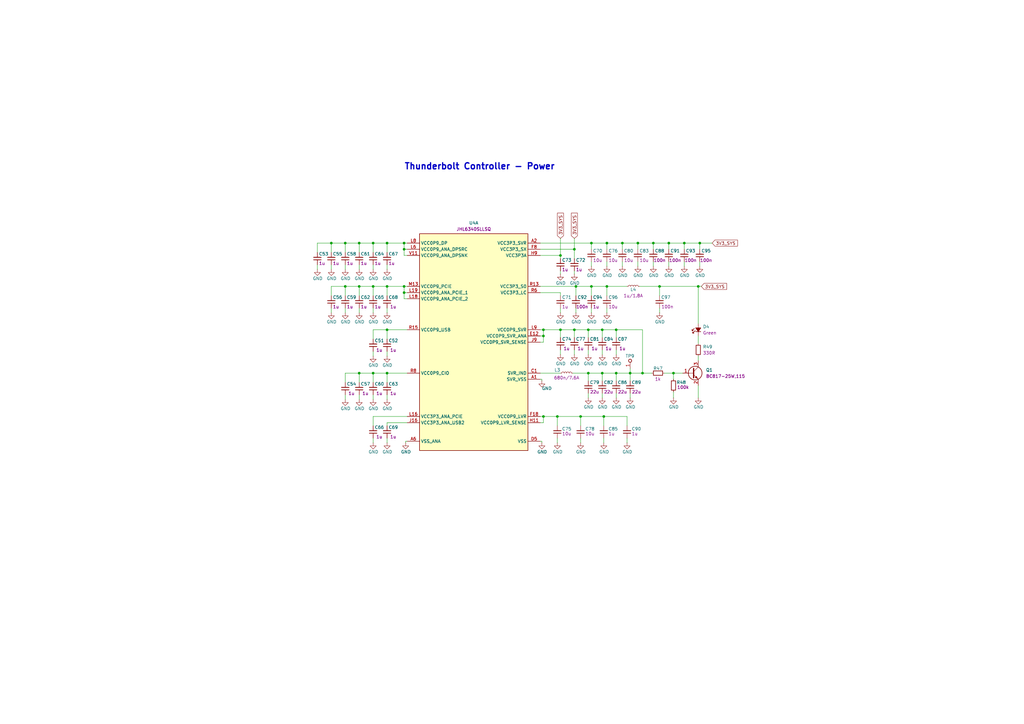
<source format=kicad_sch>
(kicad_sch (version 20231120) (generator "eeschema") (generator_version "8.0")
  (paper "A3")
  (title_block (title "Thunderbolt PCIe Adaper") (date "2023-08-09") (rev "1.0.2") (comment 1 "www.antmicro.com") (comment 2 "Antmicro Ltd."))
  (lib_symbols
    (symbol "L_680n_7.6A_IHLP1616BZ_1" (pin_numbers hide) (pin_names hide)
      (property "Reference" "L" (at 13.97 0 0))
      (property "Val" "680n/7.6A" (at 13.97 -5.08 0))
      (symbol "L_680n_7.6A_IHLP1616BZ_1_1_1"
        (pin passive line (at 0 0 0) (length 0.508) (name "~") (number "1"))
        (pin passive line (at 5.08 0 180) (length 0.508) (name "~") (number "2"))
      )
    )
    (symbol "antmicroCapacitors0402:C_100n_0402" (pin_numbers hide) (pin_names hide)
      (property "Reference" "C" (at 20.32 -5.08 0))
      (property "Val" "100n" (at 20.32 -7.62 0))
      (symbol "C_100n_0402_1_1"
        (pin passive line (at 0 0 0) (length 2.032) (name "~") (number "1"))
        (pin passive line (at 5.08 0 180) (length 2.032) (name "~") (number "2"))
      )
    )
    (symbol "antmicroCapacitors0402:C_10u_0402" (pin_numbers hide) (pin_names hide)
      (property "Reference" "C" (at 20.32 -5.08 0))
      (property "Val" "10u" (at 20.32 -7.62 0))
      (symbol "C_10u_0402_1_1"
        (pin passive line (at 0 0 0) (length 2.032) (name "~") (number "1"))
        (pin passive line (at 5.08 0 180) (length 2.032) (name "~") (number "2"))
      )
    )
    (symbol "antmicroCapacitors0402:C_1u_0402" (pin_numbers hide) (pin_names hide)
      (property "Reference" "C" (at 20.32 -5.08 0))
      (property "Val" "1u" (at 20.32 -7.62 0))
      (symbol "C_1u_0402_1_1"
        (pin passive line (at 0 0 0) (length 2.032) (name "~") (number "1"))
        (pin passive line (at 5.08 0 180) (length 2.032) (name "~") (number "2"))
      )
    )
    (symbol "antmicroCapacitors0402:C_1u_0402_10" (pin_numbers hide) (pin_names hide)
      (property "Reference" "C" (at 20.32 -5.08 0))
      (property "Val" "1u" (at 20.32 -7.62 0))
      (symbol "C_1u_0402_10_1_1"
        (pin passive line (at 0 0 0) (length 2.032) (name "~") (number "1"))
        (pin passive line (at 5.08 0 180) (length 2.032) (name "~") (number "2"))
      )
    )
    (symbol "antmicroCapacitors0402:C_1u_0402_11" (pin_numbers hide) (pin_names hide)
      (property "Reference" "C" (at 20.32 -5.08 0))
      (property "Val" "1u" (at 20.32 -7.62 0))
      (symbol "C_1u_0402_11_1_1"
        (pin passive line (at 0 0 0) (length 2.032) (name "~") (number "1"))
        (pin passive line (at 5.08 0 180) (length 2.032) (name "~") (number "2"))
      )
    )
    (symbol "antmicroCapacitors0402:C_1u_0402_12" (pin_numbers hide) (pin_names hide)
      (property "Reference" "C" (at 20.32 -5.08 0))
      (property "Val" "1u" (at 20.32 -7.62 0))
      (symbol "C_1u_0402_12_1_1"
        (pin passive line (at 0 0 0) (length 2.032) (name "~") (number "1"))
        (pin passive line (at 5.08 0 180) (length 2.032) (name "~") (number "2"))
      )
    )
    (symbol "antmicroCapacitors0402:C_1u_0402_13" (pin_numbers hide) (pin_names hide)
      (property "Reference" "C" (at 20.32 -5.08 0))
      (property "Val" "1u" (at 20.32 -7.62 0))
      (symbol "C_1u_0402_13_1_1"
        (pin passive line (at 0 0 0) (length 2.032) (name "~") (number "1"))
        (pin passive line (at 5.08 0 180) (length 2.032) (name "~") (number "2"))
      )
    )
    (symbol "antmicroCapacitors0402:C_1u_0402_14" (pin_numbers hide) (pin_names hide)
      (property "Reference" "C" (at 20.32 -5.08 0))
      (property "Val" "1u" (at 20.32 -7.62 0))
      (symbol "C_1u_0402_14_1_1"
        (pin passive line (at 0 0 0) (length 2.032) (name "~") (number "1"))
        (pin passive line (at 5.08 0 180) (length 2.032) (name "~") (number "2"))
      )
    )
    (symbol "antmicroCapacitors0402:C_1u_0402_15" (pin_numbers hide) (pin_names hide)
      (property "Reference" "C" (at 20.32 -5.08 0))
      (property "Val" "1u" (at 20.32 -7.62 0))
      (symbol "C_1u_0402_15_1_1"
        (pin passive line (at 0 0 0) (length 2.032) (name "~") (number "1"))
        (pin passive line (at 5.08 0 180) (length 2.032) (name "~") (number "2"))
      )
    )
    (symbol "antmicroCapacitors0402:C_1u_0402_16" (pin_numbers hide) (pin_names hide)
      (property "Reference" "C" (at 20.32 -5.08 0))
      (property "Val" "1u" (at 20.32 -7.62 0))
      (symbol "C_1u_0402_16_1_1"
        (pin passive line (at 0 0 0) (length 2.032) (name "~") (number "1"))
        (pin passive line (at 5.08 0 180) (length 2.032) (name "~") (number "2"))
      )
    )
    (symbol "antmicroCapacitors0402:C_1u_0402_17" (pin_numbers hide) (pin_names hide)
      (property "Reference" "C" (at 20.32 -5.08 0))
      (property "Val" "1u" (at 20.32 -7.62 0))
      (symbol "C_1u_0402_17_1_1"
        (pin passive line (at 0 0 0) (length 2.032) (name "~") (number "1"))
        (pin passive line (at 5.08 0 180) (length 2.032) (name "~") (number "2"))
      )
    )
    (symbol "antmicroCapacitors0402:C_1u_0402_18" (pin_numbers hide) (pin_names hide)
      (property "Reference" "C" (at 20.32 -5.08 0))
      (property "Val" "1u" (at 20.32 -7.62 0))
      (symbol "C_1u_0402_18_1_1"
        (pin passive line (at 0 0 0) (length 2.032) (name "~") (number "1"))
        (pin passive line (at 5.08 0 180) (length 2.032) (name "~") (number "2"))
      )
    )
    (symbol "antmicroCapacitors0402:C_1u_0402_19" (pin_numbers hide) (pin_names hide)
      (property "Reference" "C" (at 20.32 -5.08 0))
      (property "Val" "1u" (at 20.32 -7.62 0))
      (symbol "C_1u_0402_19_1_1"
        (pin passive line (at 0 0 0) (length 2.032) (name "~") (number "1"))
        (pin passive line (at 5.08 0 180) (length 2.032) (name "~") (number "2"))
      )
    )
    (symbol "antmicroCapacitors0402:C_1u_0402_20" (pin_numbers hide) (pin_names hide)
      (property "Reference" "C" (at 20.32 -5.08 0))
      (property "Val" "1u" (at 20.32 -7.62 0))
      (symbol "C_1u_0402_20_1_1"
        (pin passive line (at 0 0 0) (length 2.032) (name "~") (number "1"))
        (pin passive line (at 5.08 0 180) (length 2.032) (name "~") (number "2"))
      )
    )
    (symbol "antmicroCapacitors0402:C_1u_0402_21" (pin_numbers hide) (pin_names hide)
      (property "Reference" "C" (at 20.32 -5.08 0))
      (property "Val" "1u" (at 20.32 -7.62 0))
      (symbol "C_1u_0402_21_1_1"
        (pin passive line (at 0 0 0) (length 2.032) (name "~") (number "1"))
        (pin passive line (at 5.08 0 180) (length 2.032) (name "~") (number "2"))
      )
    )
    (symbol "antmicroCapacitors0402:C_1u_0402_22" (pin_numbers hide) (pin_names hide)
      (property "Reference" "C" (at 20.32 -5.08 0))
      (property "Val" "1u" (at 20.32 -7.62 0))
      (symbol "C_1u_0402_22_1_1"
        (pin passive line (at 0 0 0) (length 2.032) (name "~") (number "1"))
        (pin passive line (at 5.08 0 180) (length 2.032) (name "~") (number "2"))
      )
    )
    (symbol "antmicroCapacitors0402:C_1u_0402_23" (pin_numbers hide) (pin_names hide)
      (property "Reference" "C" (at 20.32 -5.08 0))
      (property "Val" "1u" (at 20.32 -7.62 0))
      (symbol "C_1u_0402_23_1_1"
        (pin passive line (at 0 0 0) (length 2.032) (name "~") (number "1"))
        (pin passive line (at 5.08 0 180) (length 2.032) (name "~") (number "2"))
      )
    )
    (symbol "antmicroCapacitors0402:C_1u_0402_24" (pin_numbers hide) (pin_names hide)
      (property "Reference" "C" (at 20.32 -5.08 0))
      (property "Val" "1u" (at 20.32 -7.62 0))
      (symbol "C_1u_0402_24_1_1"
        (pin passive line (at 0 0 0) (length 2.032) (name "~") (number "1"))
        (pin passive line (at 5.08 0 180) (length 2.032) (name "~") (number "2"))
      )
    )
    (symbol "antmicroCapacitors0402:C_1u_0402_25" (pin_numbers hide) (pin_names hide)
      (property "Reference" "C" (at 20.32 -5.08 0))
      (property "Val" "1u" (at 20.32 -7.62 0))
      (symbol "C_1u_0402_25_1_1"
        (pin passive line (at 0 0 0) (length 2.032) (name "~") (number "1"))
        (pin passive line (at 5.08 0 180) (length 2.032) (name "~") (number "2"))
      )
    )
    (symbol "antmicroCapacitors0402:C_1u_0402_26" (pin_numbers hide) (pin_names hide)
      (property "Reference" "C" (at 20.32 -5.08 0))
      (property "Val" "1u" (at 20.32 -7.62 0))
      (symbol "C_1u_0402_26_1_1"
        (pin passive line (at 0 0 0) (length 2.032) (name "~") (number "1"))
        (pin passive line (at 5.08 0 180) (length 2.032) (name "~") (number "2"))
      )
    )
    (symbol "antmicroCapacitors0402:C_1u_0402_27" (pin_numbers hide) (pin_names hide)
      (property "Reference" "C" (at 20.32 -5.08 0))
      (property "Val" "1u" (at 20.32 -7.62 0))
      (symbol "C_1u_0402_27_1_1"
        (pin passive line (at 0 0 0) (length 2.032) (name "~") (number "1"))
        (pin passive line (at 5.08 0 180) (length 2.032) (name "~") (number "2"))
      )
    )
    (symbol "antmicroCapacitors0402:C_1u_0402_28" (pin_numbers hide) (pin_names hide)
      (property "Reference" "C" (at 20.32 -5.08 0))
      (property "Val" "1u" (at 20.32 -7.62 0))
      (symbol "C_1u_0402_28_1_1"
        (pin passive line (at 0 0 0) (length 2.032) (name "~") (number "1"))
        (pin passive line (at 5.08 0 180) (length 2.032) (name "~") (number "2"))
      )
    )
    (symbol "antmicroCapacitors0402:C_1u_0402_29" (pin_numbers hide) (pin_names hide)
      (property "Reference" "C" (at 20.32 -5.08 0))
      (property "Val" "1u" (at 20.32 -7.62 0))
      (symbol "C_1u_0402_29_1_1"
        (pin passive line (at 0 0 0) (length 2.032) (name "~") (number "1"))
        (pin passive line (at 5.08 0 180) (length 2.032) (name "~") (number "2"))
      )
    )
    (symbol "antmicroCapacitors0603:C_22u_0603" (pin_numbers hide) (pin_names hide)
      (property "Reference" "C" (at 20.32 -5.08 0))
      (property "Val" "22u" (at 20.32 -7.62 0))
      (symbol "C_22u_0603_1_1"
        (pin passive line (at 0 0 0) (length 2.032) (name "~") (number "1"))
        (pin passive line (at 5.08 0 180) (length 2.032) (name "~") (number "2"))
      )
    )
    (symbol "antmicroFixedInductors:L_1u_1.8A_0603" (pin_numbers hide) (pin_names hide)
      (property "Reference" "L" (at 13.97 0 0))
      (property "Val" "1u/1.8A" (at 13.97 -5.08 0))
      (symbol "L_1u_1.8A_0603_1_1"
        (pin passive line (at 0 0 0) (length 0.508) (name "~") (number "1"))
        (pin passive line (at 5.08 0 180) (length 0.508) (name "~") (number "2"))
      )
    )
    (symbol "antmicroInterfaceControllers:JHL6340SLLSQ"
      (property "Reference" "U" (at 71.12 0 0))
      (property "MPN" "JHL6340SLLSQ" (at 71.12 -12.7 0))
      (symbol "JHL6340SLLSQ_1_1"
        (pin power_in line (at 54.61 -55.88 180) (length 5.08) (name "SVR_VSS") (number "A1"))
        (pin passive line (at 0 -81.28 0) (length 5.08) hide (name "VSS_ANA") (number "A10"))
        (pin passive line (at 0 -81.28 0) (length 5.08) hide (name "VSS_ANA") (number "A12"))
        (pin passive line (at 0 -81.28 0) (length 5.08) hide (name "VSS_ANA") (number "A14"))
        (pin passive line (at 0 -81.28 0) (length 5.08) hide (name "VSS_ANA") (number "A16"))
        (pin passive line (at 0 -81.28 0) (length 5.08) hide (name "VSS_ANA") (number "A18"))
        (pin power_in line (at 54.61 0 180) (length 5.08) (name "VCC3P3_SVR") (number "A2"))
        (pin passive line (at 0 -81.28 0) (length 5.08) hide (name "VSS_ANA") (number "A20"))
        (pin passive line (at 0 -81.28 0) (length 5.08) hide (name "VSS_ANA") (number "A22"))
        (pin power_in line (at 54.61 0 180) (length 5.08) hide (name "VCC3P3_SVR") (number "A3"))
        (pin power_in line (at 0 -81.28 0) (length 5.08) (name "VSS_ANA") (number "A6"))
        (pin passive line (at 0 -81.28 0) (length 5.08) hide (name "VSS_ANA") (number "A8"))
        (pin passive line (at 0 -81.28 0) (length 5.08) hide (name "VSS_ANA") (number "AA22"))
        (pin passive line (at 0 -81.28 0) (length 5.08) hide (name "VSS_ANA") (number "AA23"))
        (pin passive line (at 54.61 -81.28 180) (length 5.08) hide (name "VSS") (number "AB1"))
        (pin passive line (at 0 -81.28 0) (length 5.08) hide (name "VSS_ANA") (number "AB10"))
        (pin passive line (at 0 -81.28 0) (length 5.08) hide (name "VSS_ANA") (number "AB12"))
        (pin passive line (at 0 -81.28 0) (length 5.08) hide (name "VSS_ANA") (number "AB14"))
        (pin passive line (at 0 -81.28 0) (length 5.08) hide (name "VSS_ANA") (number "AB16"))
        (pin passive line (at 0 -81.28 0) (length 5.08) hide (name "VSS_ANA") (number "AB18"))
        (pin passive line (at 0 -81.28 0) (length 5.08) hide (name "VSS_ANA") (number "AB20"))
        (pin passive line (at 0 -81.28 0) (length 5.08) hide (name "VSS_ANA") (number "AB22"))
        (pin passive line (at 0 -81.28 0) (length 5.08) hide (name "VSS_ANA") (number "AB6"))
        (pin passive line (at 0 -81.28 0) (length 5.08) hide (name "VSS_ANA") (number "AB8"))
        (pin passive line (at 0 -81.28 0) (length 5.08) hide (name "VSS_ANA") (number "AC10"))
        (pin passive line (at 0 -81.28 0) (length 5.08) hide (name "VSS_ANA") (number "AC12"))
        (pin passive line (at 0 -81.28 0) (length 5.08) hide (name "VSS_ANA") (number "AC14"))
        (pin passive line (at 0 -81.28 0) (length 5.08) hide (name "VSS_ANA") (number "AC16"))
        (pin passive line (at 0 -81.28 0) (length 5.08) hide (name "VSS_ANA") (number "AC18"))
        (pin passive line (at 54.61 -81.28 180) (length 5.08) hide (name "VSS") (number "AC2"))
        (pin passive line (at 0 -81.28 0) (length 5.08) hide (name "VSS_ANA") (number "AC20"))
        (pin passive line (at 0 -81.28 0) (length 5.08) hide (name "VSS_ANA") (number "AC22"))
        (pin passive line (at 0 -81.28 0) (length 5.08) hide (name "VSS_ANA") (number "AC6"))
        (pin passive line (at 0 -81.28 0) (length 5.08) hide (name "VSS_ANA") (number "AC8"))
        (pin power_in line (at 54.61 -55.88 180) (length 5.08) hide (name "SVR_VSS") (number "B1"))
        (pin passive line (at 0 -81.28 0) (length 5.08) hide (name "VSS_ANA") (number "B10"))
        (pin passive line (at 0 -81.28 0) (length 5.08) hide (name "VSS_ANA") (number "B12"))
        (pin passive line (at 0 -81.28 0) (length 5.08) hide (name "VSS_ANA") (number "B14"))
        (pin passive line (at 0 -81.28 0) (length 5.08) hide (name "VSS_ANA") (number "B16"))
        (pin passive line (at 0 -81.28 0) (length 5.08) hide (name "VSS_ANA") (number "B18"))
        (pin power_in line (at 54.61 -55.88 180) (length 5.08) hide (name "SVR_VSS") (number "B2"))
        (pin passive line (at 0 -81.28 0) (length 5.08) hide (name "VSS_ANA") (number "B20"))
        (pin passive line (at 0 -81.28 0) (length 5.08) hide (name "VSS_ANA") (number "B22"))
        (pin power_in line (at 54.61 0 180) (length 5.08) hide (name "VCC3P3_SVR") (number "B3"))
        (pin passive line (at 0 -81.28 0) (length 5.08) hide (name "VSS_ANA") (number "B6"))
        (pin passive line (at 0 -81.28 0) (length 5.08) hide (name "VSS_ANA") (number "B8"))
        (pin power_out line (at 54.61 -53.34 180) (length 5.08) (name "SVR_IND") (number "C1"))
        (pin power_out line (at 54.61 -53.34 180) (length 5.08) hide (name "SVR_IND") (number "C2"))
        (pin power_out line (at 54.61 -53.34 180) (length 5.08) hide (name "SVR_IND") (number "D1"))
        (pin passive line (at 0 -81.28 0) (length 5.08) hide (name "VSS_ANA") (number "D11"))
        (pin passive line (at 0 -81.28 0) (length 5.08) hide (name "VSS_ANA") (number "D12"))
        (pin passive line (at 0 -81.28 0) (length 5.08) hide (name "VSS_ANA") (number "D13"))
        (pin passive line (at 0 -81.28 0) (length 5.08) hide (name "VSS_ANA") (number "D15"))
        (pin passive line (at 0 -81.28 0) (length 5.08) hide (name "VSS_ANA") (number "D16"))
        (pin passive line (at 0 -81.28 0) (length 5.08) hide (name "VSS_ANA") (number "D18"))
        (pin power_in line (at 54.61 -81.28 180) (length 5.08) (name "VSS") (number "D5"))
        (pin passive line (at 0 -81.28 0) (length 5.08) hide (name "VSS_ANA") (number "D8"))
        (pin passive line (at 0 -81.28 0) (length 5.08) hide (name "VSS_ANA") (number "D9"))
        (pin passive line (at 0 -81.28 0) (length 5.08) hide (name "VSS_ANA") (number "E11"))
        (pin power_in line (at 54.61 -38.1 180) (length 5.08) (name "VCC0P9_SVR_ANA") (number "E12"))
        (pin power_in line (at 54.61 -38.1 180) (length 5.08) hide (name "VCC0P9_SVR_ANA") (number "E13"))
        (pin passive line (at 0 -81.28 0) (length 5.08) hide (name "VSS_ANA") (number "E15"))
        (pin passive line (at 0 -81.28 0) (length 5.08) hide (name "VSS_ANA") (number "E16"))
        (pin passive line (at 0 -81.28 0) (length 5.08) hide (name "VSS_ANA") (number "E22"))
        (pin passive line (at 0 -81.28 0) (length 5.08) hide (name "VSS_ANA") (number "E23"))
        (pin passive line (at 54.61 -81.28 180) (length 5.08) hide (name "VSS") (number "E4"))
        (pin passive line (at 54.61 -81.28 180) (length 5.08) hide (name "VSS") (number "E5"))
        (pin passive line (at 54.61 -81.28 180) (length 5.08) hide (name "VSS") (number "E6"))
        (pin passive line (at 0 -81.28 0) (length 5.08) hide (name "VSS_ANA") (number "E8"))
        (pin passive line (at 0 -81.28 0) (length 5.08) hide (name "VSS_ANA") (number "E9"))
        (pin power_in line (at 54.61 -38.1 180) (length 5.08) hide (name "VCC0P9_SVR_ANA") (number "F11"))
        (pin power_in line (at 54.61 -38.1 180) (length 5.08) hide (name "VCC0P9_SVR_ANA") (number "F12"))
        (pin power_in line (at 54.61 -38.1 180) (length 5.08) hide (name "VCC0P9_SVR_ANA") (number "F13"))
        (pin power_in line (at 54.61 -38.1 180) (length 5.08) hide (name "VCC0P9_SVR_ANA") (number "F15"))
        (pin passive line (at 0 -81.28 0) (length 5.08) hide (name "VSS_ANA") (number "F16"))
        (pin power_in line (at 54.61 -71.12 180) (length 5.08) (name "VCC0P9_LVR") (number "F18"))
        (pin passive line (at 0 -81.28 0) (length 5.08) hide (name "VSS_ANA") (number "F20"))
        (pin passive line (at 54.61 -81.28 180) (length 5.08) hide (name "VSS") (number "F5"))
        (pin passive line (at 54.61 -81.28 180) (length 5.08) hide (name "VSS") (number "F6"))
        (pin power_in line (at 54.61 -2.54 180) (length 5.08) (name "VCC3P3_SX") (number "F8"))
        (pin passive line (at 0 -81.28 0) (length 5.08) hide (name "VSS_ANA") (number "F9"))
        (pin passive line (at 0 -81.28 0) (length 5.08) hide (name "VSS_ANA") (number "G22"))
        (pin passive line (at 0 -81.28 0) (length 5.08) hide (name "VSS_ANA") (number "G23"))
        (pin passive line (at 0 -81.28 0) (length 5.08) hide (name "VSS_ANA") (number "H1"))
        (pin power_in line (at 54.61 -73.66 180) (length 5.08) (name "VCC0P9_LVR_SENSE") (number "H11"))
        (pin passive line (at 0 -81.28 0) (length 5.08) hide (name "VSS_ANA") (number "H12"))
        (pin passive line (at 0 -81.28 0) (length 5.08) hide (name "VSS_ANA") (number "H13"))
        (pin passive line (at 0 -81.28 0) (length 5.08) hide (name "VSS_ANA") (number "H15"))
        (pin passive line (at 0 -81.28 0) (length 5.08) hide (name "VSS_ANA") (number "H16"))
        (pin power_in line (at 54.61 -71.12 180) (length 5.08) hide (name "VCC0P9_LVR") (number "H18"))
        (pin passive line (at 0 -81.28 0) (length 5.08) hide (name "VSS_ANA") (number "H2"))
        (pin passive line (at 0 -81.28 0) (length 5.08) hide (name "VSS_ANA") (number "H20"))
        (pin passive line (at 54.61 -81.28 180) (length 5.08) hide (name "VSS") (number "H5"))
        (pin passive line (at 54.61 -81.28 180) (length 5.08) hide (name "VSS") (number "H8"))
        (pin power_in line (at 54.61 -5.08 180) (length 5.08) (name "VCC3P3A") (number "H9"))
        (pin power_in line (at 54.61 -71.12 180) (length 5.08) hide (name "VCC0P9_LVR") (number "J11"))
        (pin passive line (at 54.61 -81.28 180) (length 5.08) hide (name "VSS") (number "J12"))
        (pin passive line (at 54.61 -81.28 180) (length 5.08) hide (name "VSS") (number "J13"))
        (pin passive line (at 54.61 -81.28 180) (length 5.08) hide (name "VSS") (number "J15"))
        (pin power_in line (at 0 -73.66 0) (length 5.08) (name "VCC3P3_ANA_USB2") (number "J16"))
        (pin passive line (at 0 -81.28 0) (length 5.08) hide (name "VSS_ANA") (number "J18"))
        (pin passive line (at 0 -81.28 0) (length 5.08) hide (name "VSS_ANA") (number "J19"))
        (pin passive line (at 0 -81.28 0) (length 5.08) hide (name "VSS_ANA") (number "J20"))
        (pin passive line (at 0 -81.28 0) (length 5.08) hide (name "VSS_ANA") (number "J22"))
        (pin passive line (at 0 -81.28 0) (length 5.08) hide (name "VSS_ANA") (number "J23"))
        (pin passive line (at 0 -81.28 0) (length 5.08) hide (name "VSS_ANA") (number "J5"))
        (pin passive line (at 54.61 -81.28 180) (length 5.08) hide (name "VSS") (number "J8"))
        (pin power_in line (at 54.61 -40.64 180) (length 5.08) (name "VCC0P9_SVR_SENSE") (number "J9"))
        (pin passive line (at 0 -81.28 0) (length 5.08) hide (name "VSS_ANA") (number "K1"))
        (pin passive line (at 0 -81.28 0) (length 5.08) hide (name "VSS_ANA") (number "K2"))
        (pin power_in line (at 0 0 0) (length 5.08) hide (name "VCC0P9_DP") (number "L11"))
        (pin power_in line (at 0 0 0) (length 5.08) hide (name "VCC0P9_DP") (number "L12"))
        (pin passive line (at 54.61 -81.28 180) (length 5.08) hide (name "VSS") (number "L13"))
        (pin power_in line (at 0 -71.12 0) (length 5.08) (name "VCC3P3_ANA_PCIE") (number "L16"))
        (pin power_in line (at 0 -22.86 0) (length 5.08) (name "VCC0P9_ANA_PCIE_2") (number "L18"))
        (pin power_in line (at 0 -20.32 0) (length 5.08) (name "VCC0P9_ANA_PCIE_1") (number "L19"))
        (pin passive line (at 0 -81.28 0) (length 5.08) hide (name "VSS_ANA") (number "L20"))
        (pin passive line (at 0 -81.28 0) (length 5.08) hide (name "VSS_ANA") (number "L22"))
        (pin passive line (at 0 -81.28 0) (length 5.08) hide (name "VSS_ANA") (number "L23"))
        (pin passive line (at 0 -81.28 0) (length 5.08) hide (name "VSS_ANA") (number "L5"))
        (pin power_in line (at 0 -2.54 0) (length 5.08) (name "VCC0P9_ANA_DPSRC") (number "L6"))
        (pin power_in line (at 0 0 0) (length 5.08) (name "VCC0P9_DP") (number "L8"))
        (pin power_in line (at 54.61 -35.56 180) (length 5.08) (name "VCC0P9_SVR") (number "L9"))
        (pin passive line (at 0 -81.28 0) (length 5.08) hide (name "VSS_ANA") (number "M1"))
        (pin passive line (at 54.61 -81.28 180) (length 5.08) hide (name "VSS") (number "M11"))
        (pin passive line (at 54.61 -81.28 180) (length 5.08) hide (name "VSS") (number "M12"))
        (pin power_in line (at 0 -17.78 0) (length 5.08) (name "VCC0P9_PCIE") (number "M13"))
        (pin power_in line (at 0 -17.78 0) (length 5.08) hide (name "VCC0P9_PCIE") (number "M15"))
        (pin power_in line (at 0 -17.78 0) (length 5.08) hide (name "VCC0P9_PCIE") (number "M16"))
        (pin power_in line (at 0 -22.86 0) (length 5.08) hide (name "VCC0P9_ANA_PCIE_2") (number "M18"))
        (pin passive line (at 0 -81.28 0) (length 5.08) hide (name "VSS_ANA") (number "M19"))
        (pin passive line (at 0 -81.28 0) (length 5.08) hide (name "VSS_ANA") (number "M2"))
        (pin passive line (at 0 -81.28 0) (length 5.08) hide (name "VSS_ANA") (number "M20"))
        (pin passive line (at 0 -81.28 0) (length 5.08) hide (name "VSS_ANA") (number "M5"))
        (pin power_in line (at 0 -2.54 0) (length 5.08) hide (name "VCC0P9_ANA_DPSRC") (number "M6"))
        (pin power_in line (at 0 0 0) (length 5.08) hide (name "VCC0P9_DP") (number "M8"))
        (pin power_in line (at 54.61 -35.56 180) (length 5.08) hide (name "VCC0P9_SVR") (number "M9"))
        (pin passive line (at 54.61 -81.28 180) (length 5.08) hide (name "VSS") (number "N11"))
        (pin passive line (at 54.61 -81.28 180) (length 5.08) hide (name "VSS") (number "N12"))
        (pin passive line (at 54.61 -81.28 180) (length 5.08) hide (name "VSS") (number "N13"))
        (pin power_in line (at 0 -22.86 0) (length 5.08) hide (name "VCC0P9_ANA_PCIE_2") (number "N18"))
        (pin power_in line (at 0 -20.32 0) (length 5.08) hide (name "VCC0P9_ANA_PCIE_1") (number "N19"))
        (pin passive line (at 0 -81.28 0) (length 5.08) hide (name "VSS_ANA") (number "N20"))
        (pin passive line (at 0 -81.28 0) (length 5.08) hide (name "VSS_ANA") (number "N22"))
        (pin passive line (at 0 -81.28 0) (length 5.08) hide (name "VSS_ANA") (number "N23"))
        (pin passive line (at 0 -81.28 0) (length 5.08) hide (name "VSS_ANA") (number "N5"))
        (pin passive line (at 54.61 -81.28 180) (length 5.08) hide (name "VSS") (number "N8"))
        (pin passive line (at 54.61 -81.28 180) (length 5.08) hide (name "VSS") (number "N9"))
        (pin passive line (at 0 -81.28 0) (length 5.08) hide (name "VSS_ANA") (number "P1"))
        (pin passive line (at 0 -81.28 0) (length 5.08) hide (name "VSS_ANA") (number "P2"))
        (pin power_in line (at 0 -53.34 0) (length 5.08) hide (name "VCC0P9_CIO") (number "R11"))
        (pin power_in line (at 0 -53.34 0) (length 5.08) hide (name "VCC0P9_CIO") (number "R12"))
        (pin power_in line (at 54.61 -17.78 180) (length 5.08) (name "VCC3P3_S0") (number "R13"))
        (pin power_in line (at 0 -35.56 0) (length 5.08) (name "VCC0P9_USB") (number "R15"))
        (pin power_in line (at 0 -35.56 0) (length 5.08) hide (name "VCC0P9_USB") (number "R16"))
        (pin passive line (at 0 -81.28 0) (length 5.08) hide (name "VSS_ANA") (number "R18"))
        (pin passive line (at 0 -81.28 0) (length 5.08) hide (name "VSS_ANA") (number "R19"))
        (pin passive line (at 0 -81.28 0) (length 5.08) hide (name "VSS_ANA") (number "R20"))
        (pin passive line (at 0 -81.28 0) (length 5.08) hide (name "VSS_ANA") (number "R22"))
        (pin passive line (at 0 -81.28 0) (length 5.08) hide (name "VSS_ANA") (number "R23"))
        (pin passive line (at 0 -81.28 0) (length 5.08) hide (name "VSS_ANA") (number "R5"))
        (pin power_in line (at 54.61 -20.32 180) (length 5.08) (name "VCC3P3_LC") (number "R6"))
        (pin power_in line (at 0 -53.34 0) (length 5.08) (name "VCC0P9_CIO") (number "R8"))
        (pin power_in line (at 0 -53.34 0) (length 5.08) hide (name "VCC0P9_CIO") (number "R9"))
        (pin passive line (at 0 -81.28 0) (length 5.08) hide (name "VSS_ANA") (number "T1"))
        (pin power_in line (at 0 0 0) (length 5.08) hide (name "VCC0P9_DP") (number "T11"))
        (pin power_in line (at 0 0 0) (length 5.08) hide (name "VCC0P9_DP") (number "T12"))
        (pin passive line (at 54.61 -81.28 180) (length 5.08) hide (name "VSS") (number "T13"))
        (pin passive line (at 54.61 -81.28 180) (length 5.08) hide (name "VSS") (number "T15"))
        (pin passive line (at 54.61 -81.28 180) (length 5.08) hide (name "VSS") (number "T16"))
        (pin passive line (at 54.61 -81.28 180) (length 5.08) hide (name "VSS") (number "T18"))
        (pin passive line (at 0 -81.28 0) (length 5.08) hide (name "VSS_ANA") (number "T2"))
        (pin passive line (at 0 -81.28 0) (length 5.08) hide (name "VSS_ANA") (number "T20"))
        (pin passive line (at 0 -81.28 0) (length 5.08) hide (name "VSS_ANA") (number "T5"))
        (pin passive line (at 54.61 -81.28 180) (length 5.08) hide (name "VSS") (number "T6"))
        (pin passive line (at 54.61 -81.28 180) (length 5.08) hide (name "VSS") (number "T8"))
        (pin passive line (at 54.61 -81.28 180) (length 5.08) hide (name "VSS") (number "T9"))
        (pin passive line (at 0 -81.28 0) (length 5.08) hide (name "VSS_ANA") (number "U22"))
        (pin passive line (at 0 -81.28 0) (length 5.08) hide (name "VSS_ANA") (number "U23"))
        (pin power_in line (at 0 -5.08 0) (length 5.08) (name "VCC0P9_ANA_DPSNK") (number "V11"))
        (pin power_in line (at 0 -5.08 0) (length 5.08) hide (name "VCC0P9_ANA_DPSNK") (number "V12"))
        (pin power_in line (at 0 -5.08 0) (length 5.08) hide (name "VCC0P9_ANA_DPSNK") (number "V13"))
        (pin passive line (at 0 -81.28 0) (length 5.08) hide (name "VSS_ANA") (number "V15"))
        (pin passive line (at 0 -81.28 0) (length 5.08) hide (name "VSS_ANA") (number "V16"))
        (pin passive line (at 0 -81.28 0) (length 5.08) hide (name "VSS_ANA") (number "V20"))
        (pin passive line (at 0 -81.28 0) (length 5.08) hide (name "VSS_ANA") (number "V5"))
        (pin passive line (at 0 -81.28 0) (length 5.08) hide (name "VSS_ANA") (number "V6"))
        (pin passive line (at 0 -81.28 0) (length 5.08) hide (name "VSS_ANA") (number "V8"))
        (pin passive line (at 0 -81.28 0) (length 5.08) hide (name "VSS_ANA") (number "V9"))
        (pin passive line (at 0 -81.28 0) (length 5.08) hide (name "VSS_ANA") (number "W20"))
        (pin passive line (at 0 -81.28 0) (length 5.08) hide (name "VSS_ANA") (number "W22"))
        (pin passive line (at 0 -81.28 0) (length 5.08) hide (name "VSS_ANA") (number "W23"))
        (pin passive line (at 0 -81.28 0) (length 5.08) hide (name "VSS_ANA") (number "W5"))
        (pin passive line (at 0 -81.28 0) (length 5.08) hide (name "VSS_ANA") (number "W6"))
        (pin passive line (at 0 -81.28 0) (length 5.08) hide (name "VSS_ANA") (number "W8"))
        (pin passive line (at 0 -81.28 0) (length 5.08) hide (name "VSS_ANA") (number "W9"))
        (pin passive line (at 0 -81.28 0) (length 5.08) hide (name "VSS_ANA") (number "Y13"))
        (pin passive line (at 0 -81.28 0) (length 5.08) hide (name "VSS_ANA") (number "Y20"))
        (pin passive line (at 0 -81.28 0) (length 5.08) hide (name "VSS_ANA") (number "Y9"))
      )
      (symbol "JHL6340SLLSQ_2_0"
        (text "PCIe Gen3" (at 24.13 -17.78 0) (effects (font (size 1.27 1.27)) (justify left bottom)))
      )
      (symbol "JHL6340SLLSQ_2_1"
        (pin output line (at 0 -38.1 0) (length 5.08) (name "PCIE_CLKREQ_N") (number "AC5"))
        (pin input line (at 55.88 -25.4 180) (length 5.08) (name "PCIE_TX3_N") (number "F22"))
        (pin input line (at 55.88 -22.86 180) (length 5.08) (name "PCIE_TX3_P") (number "F23"))
        (pin input line (at 0 -25.4 0) (length 5.08) (name "PCIE_RX3_N") (number "H22"))
        (pin input line (at 0 -22.86 0) (length 5.08) (name "PCIE_RX3_P") (number "H23"))
        (pin input line (at 55.88 -17.78 180) (length 5.08) (name "PCIE_TX2_N") (number "K22"))
        (pin input line (at 55.88 -15.24 180) (length 5.08) (name "PCIE_TX2_P") (number "K23"))
        (pin input line (at 55.88 -33.02 180) (length 5.08) (name "PERST_N") (number "L4"))
        (pin input line (at 0 -17.78 0) (length 5.08) (name "PCIE_RX2_N") (number "M22"))
        (pin input line (at 0 -15.24 0) (length 5.08) (name "PCIE_RX2_P") (number "M23"))
        (pin input line (at 55.88 -38.1 180) (length 5.08) (name "PCIE_RBIAS") (number "N16"))
        (pin input line (at 55.88 -10.16 180) (length 5.08) (name "PCIE_TX1_N") (number "P22"))
        (pin input line (at 55.88 -7.62 180) (length 5.08) (name "PCIE_TX1_P") (number "P23"))
        (pin input line (at 0 -33.02 0) (length 5.08) (name "PCIE_REFCLK_100_IN_N") (number "T19"))
        (pin input line (at 0 -10.16 0) (length 5.08) (name "PCIE_RX1_N") (number "T22"))
        (pin input line (at 0 -7.62 0) (length 5.08) (name "PCIE_RX1_P") (number "T23"))
        (pin input line (at 0 -30.48 0) (length 5.08) (name "PCIE_REFCLK_100_IN_P") (number "V19"))
        (pin input line (at 55.88 -2.54 180) (length 5.08) (name "PCIE_TX0_N") (number "V22"))
        (pin input line (at 55.88 0 180) (length 5.08) (name "PCIE_TX0_P") (number "V23"))
        (pin input line (at 0 -2.54 0) (length 5.08) (name "PCIE_RX0_N") (number "Y22"))
        (pin input line (at 0 0 0) (length 5.08) (name "PCIE_RX0_P") (number "Y23"))
      )
      (symbol "JHL6340SLLSQ_3_0"
        (text "GPIO" (at 30.48 -60.96 900) (effects (font (size 1.27 1.27)) (justify left bottom)))
        (text "POC_GPIO" (at 30.48 -90.17 900) (effects (font (size 1.27 1.27)) (justify left bottom)))
        (text "SINK PORT 0" (at 26.67 -27.94 900) (effects (font (size 1.27 1.27)) (justify left bottom)))
        (text "SINK PORT 1" (at 26.67 -80.01 900) (effects (font (size 1.27 1.27)) (justify left bottom)))
        (text "SOURCE PORT 0" (at 30.48 -29.21 900) (effects (font (size 1.27 1.27)) (justify left bottom)))
      )
      (symbol "JHL6340SLLSQ_3_1"
        (pin bidirectional line (at 55.88 -71.12 180) (length 5.08) (name "GPIO_8") (number "AA1"))
        (pin passive line (at 0 -38.1 0) (length 5.08) (name "DPSNK0_HPD") (number "AA2"))
        (pin input line (at 0 -15.24 0) (length 5.08) (name "DPSNK0_ML2_P") (number "AB11"))
        (pin input line (at 0 -22.86 0) (length 5.08) (name "DPSNK0_ML3_P") (number "AB13"))
        (pin input line (at 0 -53.34 0) (length 5.08) (name "DPSNK1_ML0_P") (number "AB15"))
        (pin input line (at 0 -60.96 0) (length 5.08) (name "DPSNK1_ML1_P") (number "AB17"))
        (pin input line (at 0 -68.58 0) (length 5.08) (name "DPSNK1_ML2_P") (number "AB19"))
        (pin input line (at 0 -76.2 0) (length 5.08) (name "DPSNK1_ML3_P") (number "AB21"))
        (pin input line (at 0 0 0) (length 5.08) (name "DPSNK0_ML0_P") (number "AB7"))
        (pin input line (at 0 -7.62 0) (length 5.08) (name "DPSNK0_ML1_P") (number "AB9"))
        (pin input line (at 0 -17.78 0) (length 5.08) (name "DPSNK0_ML2_N") (number "AC11"))
        (pin input line (at 0 -25.4 0) (length 5.08) (name "DPSNK0_ML3_N") (number "AC13"))
        (pin input line (at 0 -55.88 0) (length 5.08) (name "DPSNK1_ML0_N") (number "AC15"))
        (pin input line (at 0 -63.5 0) (length 5.08) (name "DPSNK1_ML1_N") (number "AC17"))
        (pin input line (at 0 -71.12 0) (length 5.08) (name "DPSNK1_ML2_N") (number "AC19"))
        (pin input line (at 0 -78.74 0) (length 5.08) (name "DPSNK1_ML3_N") (number "AC21"))
        (pin input line (at 0 -2.54 0) (length 5.08) (name "DPSNK0_ML0_N") (number "AC7"))
        (pin input line (at 0 -10.16 0) (length 5.08) (name "DPSNK0_ML1_N") (number "AC9"))
        (pin bidirectional line (at 55.88 -91.44 180) (length 5.08) (name "POC_GPIO_5") (number "D2"))
        (pin bidirectional line (at 55.88 -83.82 180) (length 5.08) (name "POC_GPIO_2") (number "D4"))
        (pin bidirectional line (at 55.88 -81.28 180) (length 5.08) (name "POC_GPIO_1") (number "E2"))
        (pin bidirectional line (at 55.88 -93.98 180) (length 5.08) (name "POC_GPIO_6") (number "F1"))
        (pin bidirectional line (at 55.88 -88.9 180) (length 5.08) (name "POC_GPIO_4") (number "F2"))
        (pin passive line (at 55.88 -38.1 180) (length 5.08) (name "DPSRC_HPD") (number "G1"))
        (pin bidirectional line (at 55.88 -86.36 180) (length 5.08) (name "POC_GPIO_3") (number "H4"))
        (pin output line (at 55.88 -25.4 180) (length 5.08) (name "DPSRC_ML3_N") (number "J1"))
        (pin output line (at 55.88 -22.86 180) (length 5.08) (name "DPSRC_ML3_P") (number "J2"))
        (pin bidirectional line (at 55.88 -78.74 180) (length 5.08) (name "POC_GPIO_0") (number "J4"))
        (pin output line (at 55.88 -17.78 180) (length 5.08) (name "DPSRC_ML2_N") (number "L1"))
        (pin output line (at 55.88 -15.24 180) (length 5.08) (name "DPSRC_ML2_P") (number "L2"))
        (pin output line (at 55.88 -10.16 180) (length 5.08) (name "DPSRC_ML1_N") (number "N1"))
        (pin output line (at 55.88 -7.62 180) (length 5.08) (name "DPSRC_ML1_P") (number "N2"))
        (pin passive line (at 0 -99.06 0) (length 5.08) (name "DPSNK1_DDC_DATA") (number "N4"))
        (pin passive line (at 55.88 -43.18 180) (length 5.08) (name "DPSRC_RBIAS") (number "N6"))
        (pin output line (at 55.88 -2.54 180) (length 5.08) (name "DPSRC_ML0_N") (number "R1"))
        (pin output line (at 55.88 0 180) (length 5.08) (name "DPSRC_ML0_P") (number "R2"))
        (pin passive line (at 0 -45.72 0) (length 5.08) (name "DPSNK0_DDC_DATA") (number "R4"))
        (pin bidirectional line (at 55.88 -50.8 180) (length 5.08) (name "GPIO_0") (number "U1"))
        (pin bidirectional line (at 55.88 -53.34 180) (length 5.08) (name "GPIO_1") (number "U2"))
        (pin bidirectional line (at 55.88 -55.88 180) (length 5.08) (name "GPIO_2") (number "V1"))
        (pin bidirectional line (at 55.88 -58.42 180) (length 5.08) (name "GPIO_3") (number "V2"))
        (pin bidirectional line (at 55.88 -60.96 180) (length 5.08) (name "GPIO_4") (number "W1"))
        (pin bidirectional line (at 0 -33.02 0) (length 5.08) (name "DPSNK0_AUX_N") (number "W11"))
        (pin bidirectional line (at 0 -86.36 0) (length 5.08) (name "DPSNK1_AUX_N") (number "W12"))
        (pin bidirectional line (at 55.88 -30.48 180) (length 5.08) (name "DPSRC_AUX_P") (number "W19"))
        (pin bidirectional line (at 55.88 -63.5 180) (length 5.08) (name "GPIO_5") (number "W2"))
        (pin bidirectional line (at 55.88 -66.04 180) (length 5.08) (name "GPIO_6") (number "Y1"))
        (pin bidirectional line (at 0 -30.48 0) (length 5.08) (name "DPSNK0_AUXP") (number "Y11"))
        (pin bidirectional line (at 0 -83.82 0) (length 5.08) (name "DPSNK1_AUXP") (number "Y12"))
        (pin passive line (at 0 -104.14 0) (length 5.08) (name "DPSNK_RBIAS") (number "Y18"))
        (pin bidirectional line (at 55.88 -33.02 180) (length 5.08) (name "DPSRC_AUX_N") (number "Y19"))
        (pin bidirectional line (at 55.88 -68.58 180) (length 5.08) (name "GPIO_7") (number "Y2"))
        (pin passive line (at 0 -43.18 0) (length 5.08) (name "DPSNK0_DDC_CLK") (number "Y5"))
        (pin passive line (at 0 -91.44 0) (length 5.08) (name "DPSNK1_HPD") (number "Y6"))
        (pin passive line (at 0 -96.52 0) (length 5.08) (name "DPSNK1_DDC_CLK") (number "Y8"))
      )
      (symbol "JHL6340SLLSQ_4_0"
        (text "MISCELLANEOUS" (at 20.32 -13.97 0) (effects (font (size 1.27 1.27)) (justify left bottom)))
      )
      (symbol "JHL6340SLLSQ_4_1"
        (pin output line (at 55.88 -17.78 180) (length 5.08) (name "EE_DI") (number "AB3"))
        (pin output line (at 55.88 -25.4 180) (length 5.08) (name "EE_CLK") (number "AB4"))
        (pin input line (at 55.88 -2.54 180) (length 5.08) (name "TEST_PWR_GOOD") (number "AB5"))
        (pin output line (at 55.88 -22.86 180) (length 5.08) (name "EE_CS_N") (number "AC3"))
        (pin input line (at 55.88 -20.32 180) (length 5.08) (name "EE_D0") (number "AC4"))
        (pin input line (at 55.88 -10.16 180) (length 5.08) (name "XTAL_25_IN") (number "D22"))
        (pin input line (at 55.88 -12.7 180) (length 5.08) (name "XTAL_25_OUT") (number "D23"))
        (pin input line (at 55.88 0 180) (length 5.08) (name "TEST_EN") (number "E1"))
        (pin input line (at 55.88 -5.08 180) (length 5.08) (name "RESET_N") (number "F4"))
        (pin passive line (at 0 -12.7 0) (length 5.08) (name "RBIAS") (number "H6"))
        (pin passive line (at 0 -25.4 0) (length 5.08) (name "RSENSE") (number "J6"))
        (pin input line (at 0 -5.08 0) (length 5.08) (name "TCK") (number "T4"))
        (pin input line (at 0 -2.54 0) (length 5.08) (name "TMS") (number "V4"))
        (pin output line (at 0 -7.62 0) (length 5.08) (name "TDO") (number "W4"))
        (pin input line (at 0 0 0) (length 5.08) (name "TDI") (number "Y4"))
      )
      (symbol "JHL6340SLLSQ_5_0"
        (text "TBT PORT A" (at 26.67 -31.75 900) (effects (font (size 1.27 1.27)) (justify left bottom)))
        (text "TBT PORT B" (at 31.115 -31.75 900) (effects (font (size 1.27 1.27)) (justify left bottom)))
      )
      (symbol "JHL6340SLLSQ_5_1"
        (pin output line (at 55.88 -15.24 180) (length 5.08) (name "PB_TX0_P") (number "A11"))
        (pin input line (at 55.88 0 180) (length 5.08) (name "PB_RX0_P") (number "A13"))
        (pin input line (at 0 -7.62 0) (length 5.08) (name "PA_RX1_P") (number "A15"))
        (pin output line (at 0 -22.86 0) (length 5.08) (name "PA_TX1_P") (number "A17"))
        (pin output line (at 0 -15.24 0) (length 5.08) (name "PA_TX0_P") (number "A19"))
        (pin input line (at 0 -2.54 0) (length 5.08) (name "PA_RX0_N") (number "A21"))
        (pin input line (at 0 -48.26 0) (length 5.08) (name "PA_LSRX") (number "A4"))
        (pin output line (at 0 -45.72 0) (length 5.08) (name "PA_LSTX") (number "A5"))
        (pin input line (at 55.88 -10.16 180) (length 5.08) (name "PB_RX1_N") (number "A7"))
        (pin output line (at 55.88 -22.86 180) (length 5.08) (name "PB_TX1_P") (number "A9"))
        (pin output line (at 55.88 -17.78 180) (length 5.08) (name "PB_TX0_N") (number "B11"))
        (pin input line (at 55.88 -2.54 180) (length 5.08) (name "PB_RX0_N") (number "B13"))
        (pin input line (at 0 -10.16 0) (length 5.08) (name "PA_RX1_N") (number "B15"))
        (pin output line (at 0 -25.4 0) (length 5.08) (name "PA_TX1_N") (number "B17"))
        (pin output line (at 0 -17.78 0) (length 5.08) (name "PA_TX0_N") (number "B19"))
        (pin input line (at 0 0 0) (length 5.08) (name "PA_RX0_P") (number "B21"))
        (pin output line (at 55.88 -45.72 180) (length 5.08) (name "PB_LSTX") (number "B4"))
        (pin input line (at 55.88 -48.26 180) (length 5.08) (name "PB_LSRX") (number "B5"))
        (pin input line (at 55.88 -7.62 180) (length 5.08) (name "PB_RX1_P") (number "B7"))
        (pin output line (at 55.88 -25.4 180) (length 5.08) (name "PB_TX1_N") (number "B9"))
        (pin bidirectional line (at 55.88 -40.64 180) (length 5.08) (name "PB_USB2_D_N") (number "D19"))
        (pin bidirectional line (at 0 -40.64 0) (length 5.08) (name "PA_USB2_D_N") (number "D20"))
        (pin bidirectional line (at 55.88 -38.1 180) (length 5.08) (name "PB_USB2_D_P") (number "E19"))
        (pin bidirectional line (at 0 -38.1 0) (length 5.08) (name "PA_USB2_D_P") (number "E20"))
        (pin passive line (at 55.88 -55.88 180) (length 5.08) (name "PB_USB2_RBIAS") (number "F19"))
        (pin input line (at 55.88 -50.8 180) (length 5.08) (name "PB_DPSRC_HPD") (number "G2"))
        (pin passive line (at 0 -55.88 0) (length 5.08) (name "PA_USB2_RBIAS") (number "H19"))
        (pin input line (at 0 -50.8 0) (length 5.08) (name "PA_DPSRC_HPD") (number "M4"))
        (pin bidirectional line (at 0 -33.02 0) (length 5.08) (name "PA_DPSRC_AUX_N") (number "W15"))
        (pin bidirectional line (at 55.88 -33.02 180) (length 5.08) (name "PB_DPSRC_AUX_N") (number "W16"))
        (pin bidirectional line (at 0 -30.48 0) (length 5.08) (name "PA_DPSRC_AUX_P") (number "Y15"))
        (pin bidirectional line (at 55.88 -30.48 180) (length 5.08) (name "PB_DPSRC_AUX_P") (number "Y16"))
      )
      (symbol "JHL6340SLLSQ_6_0"
        (text "DEBUG" (at 24.13 -15.24 0) (effects (font (size 1.27 1.27)) (justify left bottom)))
      )
      (symbol "JHL6340SLLSQ_6_1"
        (pin passive line (at 55.88 -5.08 180) (length 5.08) (name "ATEST_P") (number "A23"))
        (pin passive line (at 55.88 -25.4 180) (length 5.08) (name "MONDC_DPSRC") (number "AB2"))
        (pin passive line (at 0 -2.54 0) (length 5.08) (name "THERMDA") (number "AB23"))
        (pin passive line (at 0 -12.7 0) (length 5.08) (name "TEST_EDM") (number "AC1"))
        (pin passive line (at 0 0 0) (length 5.08) (name "THERMDA") (number "AC23"))
        (pin passive line (at 55.88 -7.62 180) (length 5.08) (name "ATEST_N") (number "B23"))
        (pin passive line (at 0 -27.94 0) (length 5.08) (name "MONDC_CIO_1") (number "C22"))
        (pin passive line (at 0 -25.4 0) (length 5.08) (name "MONDC_CIO_0") (number "C23"))
        (pin passive line (at 55.88 0 180) (length 5.08) (name "MONDC_SVR") (number "D6"))
        (pin passive line (at 55.88 -12.7 180) (length 5.08) (name "USB2_ATEST") (number "E18"))
        (pin passive line (at 0 -17.78 0) (length 5.08) (name "FUSE_VQPS_64") (number "L15"))
        (pin passive line (at 0 -20.32 0) (length 5.08) (name "FUSE_VQPS_128") (number "N15"))
        (pin passive line (at 0 -7.62 0) (length 5.08) (name "PCIE_ATEST") (number "V18"))
        (pin passive line (at 55.88 -17.78 180) (length 5.08) (name "MONDC_DPSNK_0") (number "W13"))
        (pin passive line (at 55.88 -20.32 180) (length 5.08) (name "MONDC_DPSNK_1") (number "W18"))
      )
    )
    (symbol "antmicroLEDIndicationDiscrete:LED_G_0603_KP-1608CGCK" (pin_numbers hide) (pin_names hide)
      (property "Reference" "D" (at 22.86 -2.54 0))
      (property "Color" "Green" (at 22.86 -5.08 0))
      (symbol "LED_G_0603_KP-1608CGCK_1_1"
        (pin passive line (at 0 0 0) (length 0.635) (name "C") (number "1"))
        (pin passive line (at 5.08 0 180) (length 0.635) (name "A") (number "2"))
      )
    )
    (symbol "antmicroResistors0402:R_100k_0402" (pin_numbers hide) (pin_names hide)
      (property "Reference" "R" (at 20.32 -5.08 0))
      (property "Val" "100k" (at 20.32 -7.62 0))
      (symbol "R_100k_0402_1_1"
        (pin passive line (at 0 0 0) (length 0.635) (name "~") (number "1"))
        (pin passive line (at 5.08 0 180) (length 0.635) (name "~") (number "2"))
      )
    )
    (symbol "antmicroResistors0402:R_1k_0402" (pin_numbers hide) (pin_names hide)
      (property "Reference" "R" (at 20.32 -5.08 0))
      (property "Val" "1k" (at 20.32 -7.62 0))
      (symbol "R_1k_0402_1_1"
        (pin passive line (at 0 0 0) (length 0.635) (name "~") (number "1"))
        (pin passive line (at 5.08 0 180) (length 0.635) (name "~") (number "2"))
      )
    )
    (symbol "antmicroResistors0402:R_330R_0402" (pin_numbers hide) (pin_names hide)
      (property "Reference" "R" (at 20.32 -5.08 0))
      (property "Val" "330R" (at 20.32 -7.62 0))
      (symbol "R_330R_0402_1_1"
        (pin passive line (at 0 0 0) (length 0.635) (name "~") (number "1"))
        (pin passive line (at 5.08 0 180) (length 0.635) (name "~") (number "2"))
      )
    )
    (symbol "antmicroTestPoints:TP_1mm_SMD" (pin_names hide) (in_bom no)
      (property "Reference" "TP" (at 15.24 -5.08 0))
      (symbol "TP_1mm_SMD_1_1"
        (pin passive line (at 0 0 0) (length 2.54) (name "1") (number "1"))
      )
    )
    (symbol "antmicroTransistorsBipolarSingle:BC817-25W" (pin_names (offset 0) hide)
      (property "Reference" "Q" (at 22.86 0 0))
      (property "MPN" "BC817-25W,115" (at 22.86 -10.16 0))
      (symbol "BC817-25W_1_1"
        (pin input line (at 0 0 0) (length 2.54) (name "B") (number "1"))
        (pin passive line (at 6.35 -5.08 90) (length 2.54) (name "E") (number "2"))
        (pin passive line (at 6.35 5.08 270) (length 2.54) (name "C") (number "3"))
      )
    )
    (symbol "antmicropower:GND" (power) (pin_numbers hide) (pin_names hide)
      (property "Value" "GND" (at 8.89 -5.08 0))
      (symbol "GND_1_1"
        (pin power_in line (at 0 0 270) (length 0) (name "GND") (number "1"))
      )
    )
  )
  (junction (at 158.75 135.255))
  (junction (at 247.015 135.255))
  (junction (at 280.67 99.695))
  (junction (at 267.97 99.695))
  (junction (at 248.92 99.695))
  (junction (at 287.02 99.695))
  (junction (at 241.3 153.035))
  (junction (at 242.57 117.475))
  (junction (at 241.3 135.255))
  (junction (at 158.75 117.475))
  (junction (at 147.32 117.475))
  (junction (at 158.75 99.695))
  (junction (at 274.32 99.695))
  (junction (at 141.605 117.475))
  (junction (at 147.32 99.695))
  (junction (at 153.035 153.035))
  (junction (at 229.87 135.255))
  (junction (at 276.225 153.035))
  (junction (at 255.27 99.695))
  (junction (at 165.735 99.695))
  (junction (at 242.57 99.695))
  (junction (at 222.885 170.815))
  (junction (at 236.22 117.475))
  (junction (at 286.385 117.475))
  (junction (at 147.32 153.035))
  (junction (at 261.62 99.695))
  (junction (at 228.6 170.815))
  (junction (at 252.73 135.255))
  (junction (at 153.035 117.475))
  (junction (at 229.87 104.775))
  (junction (at 135.89 99.695))
  (junction (at 263.525 153.035))
  (junction (at 158.75 153.035))
  (junction (at 247.015 153.035))
  (junction (at 252.73 153.035))
  (junction (at 235.585 135.255))
  (junction (at 235.585 102.235))
  (junction (at 141.605 99.695))
  (junction (at 222.885 135.255))
  (junction (at 165.735 102.235))
  (junction (at 165.735 120.015))
  (junction (at 248.92 117.475))
  (junction (at 258.445 153.035))
  (junction (at 222.885 137.795))
  (junction (at 270.51 117.475))
  (junction (at 153.035 99.695))
  (junction (at 165.735 117.475))
  (junction (at 238.125 170.815))
  (junction (at 247.65 170.815))
  (wire (pts (xy 242.57 107.315) (xy 242.57 109.22)))
  (wire (pts (xy 229.87 104.775) (xy 229.87 106.045)))
  (wire (pts (xy 270.51 117.475) (xy 286.385 117.475)))
  (wire (pts (xy 147.32 126.365) (xy 147.32 128.27)))
  (wire (pts (xy 242.57 117.475) (xy 248.92 117.475)))
  (wire (pts (xy 153.035 117.475) (xy 147.32 117.475)))
  (wire (pts (xy 222.25 180.975) (xy 222.25 181.61)))
  (wire (pts (xy 261.62 99.695) (xy 267.97 99.695)))
  (wire (pts (xy 286.385 117.475) (xy 287.655 117.475)))
  (wire (pts (xy 257.175 170.815) (xy 257.175 174.625)))
  (wire (pts (xy 238.125 170.815) (xy 247.65 170.815)))
  (wire (pts (xy 258.445 153.035) (xy 258.445 156.21)))
  (wire (pts (xy 130.175 99.695) (xy 130.175 103.505)))
  (wire (pts (xy 235.585 111.125) (xy 235.585 112.395)))
  (wire (pts (xy 247.015 135.255) (xy 247.015 138.43)))
  (wire (pts (xy 242.57 117.475) (xy 242.57 121.285)))
  (wire (pts (xy 270.51 117.475) (xy 270.51 121.285)))
  (wire (pts (xy 153.035 117.475) (xy 153.035 121.285)))
  (wire (pts (xy 158.75 153.035) (xy 158.75 156.845)))
  (wire (pts (xy 242.57 126.365) (xy 242.57 128.27)))
  (wire (pts (xy 147.32 153.035) (xy 153.035 153.035)))
  (wire (pts (xy 241.3 153.035) (xy 247.015 153.035)))
  (wire (pts (xy 167.005 170.815) (xy 153.035 170.815)))
  (wire (pts (xy 229.87 135.255) (xy 235.585 135.255)))
  (wire (pts (xy 153.035 161.925) (xy 153.035 163.83)))
  (wire (pts (xy 286.385 158.115) (xy 286.385 163.195)))
  (wire (pts (xy 236.22 117.475) (xy 236.22 121.285)))
  (wire (pts (xy 153.035 108.585) (xy 153.035 110.49)))
  (wire (pts (xy 228.6 179.705) (xy 228.6 181.61)))
  (wire (pts (xy 255.27 99.695) (xy 255.27 102.235)))
  (wire (pts (xy 153.035 170.815) (xy 153.035 174.625)))
  (wire (pts (xy 258.445 151.13) (xy 258.445 153.035)))
  (wire (pts (xy 165.735 117.475) (xy 167.005 117.475)))
  (wire (pts (xy 221.615 137.795) (xy 222.885 137.795)))
  (wire (pts (xy 147.32 108.585) (xy 147.32 110.49)))
  (wire (pts (xy 235.585 135.255) (xy 241.3 135.255)))
  (wire (pts (xy 241.3 153.035) (xy 241.3 156.21)))
  (wire (pts (xy 235.585 97.79) (xy 235.585 102.235)))
  (wire (pts (xy 255.27 107.315) (xy 255.27 109.22)))
  (wire (pts (xy 247.65 170.815) (xy 257.175 170.815)))
  (wire (pts (xy 141.605 117.475) (xy 141.605 121.285)))
  (wire (pts (xy 263.525 153.035) (xy 267.335 153.035)))
  (wire (pts (xy 241.3 161.29) (xy 241.3 163.195)))
  (wire (pts (xy 153.035 144.145) (xy 153.035 146.05)))
  (wire (pts (xy 221.615 170.815) (xy 222.885 170.815)))
  (wire (pts (xy 287.02 99.695) (xy 287.02 102.235)))
  (wire (pts (xy 167.005 173.355) (xy 158.75 173.355)))
  (wire (pts (xy 258.445 153.035) (xy 252.73 153.035)))
  (wire (pts (xy 221.615 99.695) (xy 242.57 99.695)))
  (wire (pts (xy 258.445 161.29) (xy 258.445 163.195)))
  (wire (pts (xy 153.035 153.035) (xy 153.035 156.845)))
  (wire (pts (xy 158.75 153.035) (xy 167.005 153.035)))
  (wire (pts (xy 153.035 126.365) (xy 153.035 128.27)))
  (wire (pts (xy 221.615 120.015) (xy 229.87 120.015)))
  (wire (pts (xy 167.005 180.975) (xy 166.37 180.975)))
  (wire (pts (xy 252.73 153.035) (xy 252.73 156.21)))
  (wire (pts (xy 221.615 117.475) (xy 236.22 117.475)))
  (wire (pts (xy 153.035 99.695) (xy 153.035 103.505)))
  (wire (pts (xy 153.035 135.255) (xy 158.75 135.255)))
  (wire (pts (xy 221.615 180.975) (xy 222.25 180.975)))
  (wire (pts (xy 241.3 143.51) (xy 241.3 145.415)))
  (wire (pts (xy 141.605 161.925) (xy 141.605 163.83)))
  (wire (pts (xy 228.6 170.815) (xy 238.125 170.815)))
  (wire (pts (xy 252.73 161.29) (xy 252.73 163.195)))
  (wire (pts (xy 276.225 153.035) (xy 280.035 153.035)))
  (wire (pts (xy 153.035 153.035) (xy 158.75 153.035)))
  (wire (pts (xy 158.75 117.475) (xy 153.035 117.475)))
  (wire (pts (xy 147.32 117.475) (xy 141.605 117.475)))
  (wire (pts (xy 147.32 153.035) (xy 147.32 156.845)))
  (wire (pts (xy 252.73 135.255) (xy 263.525 135.255)))
  (wire (pts (xy 229.87 120.015) (xy 229.87 121.285)))
  (wire (pts (xy 222.885 137.795) (xy 222.885 135.255)))
  (wire (pts (xy 222.885 173.355) (xy 222.885 170.815)))
  (wire (pts (xy 167.005 122.555) (xy 165.735 122.555)))
  (wire (pts (xy 280.67 99.695) (xy 287.02 99.695)))
  (wire (pts (xy 147.32 161.925) (xy 147.32 163.83)))
  (wire (pts (xy 229.87 135.255) (xy 229.87 138.43)))
  (wire (pts (xy 158.75 161.925) (xy 158.75 163.83)))
  (wire (pts (xy 229.87 111.125) (xy 229.87 112.395)))
  (wire (pts (xy 274.32 99.695) (xy 274.32 102.235)))
  (wire (pts (xy 141.605 99.695) (xy 135.89 99.695)))
  (wire (pts (xy 235.585 135.255) (xy 235.585 138.43)))
  (wire (pts (xy 280.67 99.695) (xy 280.67 102.235)))
  (wire (pts (xy 286.385 117.475) (xy 286.385 132.715)))
  (wire (pts (xy 141.605 126.365) (xy 141.605 128.27)))
  (wire (pts (xy 241.3 135.255) (xy 247.015 135.255)))
  (wire (pts (xy 221.615 140.335) (xy 222.885 140.335)))
  (wire (pts (xy 287.02 99.695) (xy 292.1 99.695)))
  (wire (pts (xy 274.32 99.695) (xy 280.67 99.695)))
  (wire (pts (xy 247.65 179.705) (xy 247.65 181.61)))
  (wire (pts (xy 286.385 137.795) (xy 286.385 140.97)))
  (wire (pts (xy 147.32 99.695) (xy 147.32 103.505)))
  (wire (pts (xy 158.75 144.145) (xy 158.75 146.05)))
  (wire (pts (xy 274.32 107.315) (xy 274.32 109.22)))
  (wire (pts (xy 247.015 143.51) (xy 247.015 145.415)))
  (wire (pts (xy 141.605 153.035) (xy 141.605 156.845)))
  (wire (pts (xy 158.75 99.695) (xy 153.035 99.695)))
  (wire (pts (xy 222.25 156.21) (xy 222.25 155.575)))
  (wire (pts (xy 166.37 180.975) (xy 166.37 181.61)))
  (wire (pts (xy 221.615 153.035) (xy 229.87 153.035)))
  (wire (pts (xy 135.89 126.365) (xy 135.89 128.27)))
  (wire (pts (xy 221.615 104.775) (xy 229.87 104.775)))
  (wire (pts (xy 267.97 99.695) (xy 274.32 99.695)))
  (wire (pts (xy 248.92 126.365) (xy 248.92 128.27)))
  (wire (pts (xy 242.57 99.695) (xy 248.92 99.695)))
  (wire (pts (xy 262.255 117.475) (xy 270.51 117.475)))
  (wire (pts (xy 276.225 160.655) (xy 276.225 163.195)))
  (wire (pts (xy 247.65 170.815) (xy 247.65 174.625)))
  (wire (pts (xy 234.95 153.035) (xy 241.3 153.035)))
  (wire (pts (xy 287.02 107.315) (xy 287.02 109.22)))
  (wire (pts (xy 248.92 117.475) (xy 257.175 117.475)))
  (wire (pts (xy 263.525 135.255) (xy 263.525 153.035)))
  (wire (pts (xy 238.125 170.815) (xy 238.125 174.625)))
  (wire (pts (xy 167.005 104.775) (xy 165.735 104.775)))
  (wire (pts (xy 248.92 99.695) (xy 255.27 99.695)))
  (wire (pts (xy 147.32 99.695) (xy 141.605 99.695)))
  (wire (pts (xy 153.035 99.695) (xy 147.32 99.695)))
  (wire (pts (xy 267.97 99.695) (xy 267.97 102.235)))
  (wire (pts (xy 165.735 102.235) (xy 167.005 102.235)))
  (wire (pts (xy 241.3 135.255) (xy 241.3 138.43)))
  (wire (pts (xy 242.57 99.695) (xy 242.57 102.235)))
  (wire (pts (xy 130.175 108.585) (xy 130.175 110.49)))
  (wire (pts (xy 252.73 135.255) (xy 252.73 138.43)))
  (wire (pts (xy 158.75 117.475) (xy 158.75 121.285)))
  (wire (pts (xy 261.62 99.695) (xy 261.62 102.235)))
  (wire (pts (xy 165.735 104.775) (xy 165.735 102.235)))
  (wire (pts (xy 141.605 153.035) (xy 147.32 153.035)))
  (wire (pts (xy 165.735 102.235) (xy 165.735 99.695)))
  (wire (pts (xy 141.605 99.695) (xy 141.605 103.505)))
  (wire (pts (xy 286.385 146.05) (xy 286.385 147.955)))
  (wire (pts (xy 267.97 107.315) (xy 267.97 109.22)))
  (wire (pts (xy 158.75 99.695) (xy 158.75 103.505)))
  (wire (pts (xy 228.6 170.815) (xy 228.6 174.625)))
  (wire (pts (xy 248.92 99.695) (xy 248.92 102.235)))
  (wire (pts (xy 252.73 143.51) (xy 252.73 145.415)))
  (wire (pts (xy 158.75 108.585) (xy 158.75 110.49)))
  (wire (pts (xy 235.585 106.045) (xy 235.585 102.235)))
  (wire (pts (xy 221.615 135.255) (xy 222.885 135.255)))
  (wire (pts (xy 221.615 173.355) (xy 222.885 173.355)))
  (wire (pts (xy 158.75 135.255) (xy 167.005 135.255)))
  (wire (pts (xy 158.75 179.705) (xy 158.75 181.61)))
  (wire (pts (xy 252.73 153.035) (xy 247.015 153.035)))
  (wire (pts (xy 248.92 117.475) (xy 248.92 121.285)))
  (wire (pts (xy 165.735 120.015) (xy 165.735 117.475)))
  (wire (pts (xy 141.605 108.585) (xy 141.605 110.49)))
  (wire (pts (xy 238.125 179.705) (xy 238.125 181.61)))
  (wire (pts (xy 236.22 117.475) (xy 242.57 117.475)))
  (wire (pts (xy 135.89 99.695) (xy 130.175 99.695)))
  (wire (pts (xy 247.015 161.29) (xy 247.015 163.195)))
  (wire (pts (xy 165.735 122.555) (xy 165.735 120.015)))
  (wire (pts (xy 153.035 179.705) (xy 153.035 181.61)))
  (wire (pts (xy 222.25 155.575) (xy 221.615 155.575)))
  (wire (pts (xy 153.035 135.255) (xy 153.035 139.065)))
  (wire (pts (xy 248.92 107.315) (xy 248.92 109.22)))
  (wire (pts (xy 135.89 117.475) (xy 135.89 121.285)))
  (wire (pts (xy 141.605 117.475) (xy 135.89 117.475)))
  (wire (pts (xy 158.75 173.355) (xy 158.75 174.625)))
  (wire (pts (xy 222.885 135.255) (xy 229.87 135.255)))
  (wire (pts (xy 270.51 126.365) (xy 270.51 128.27)))
  (wire (pts (xy 221.615 102.235) (xy 235.585 102.235)))
  (wire (pts (xy 165.735 99.695) (xy 167.005 99.695)))
  (wire (pts (xy 247.015 153.035) (xy 247.015 156.21)))
  (wire (pts (xy 272.415 153.035) (xy 276.225 153.035)))
  (wire (pts (xy 135.89 108.585) (xy 135.89 110.49)))
  (wire (pts (xy 261.62 107.315) (xy 261.62 109.22)))
  (wire (pts (xy 229.87 143.51) (xy 229.87 145.415)))
  (wire (pts (xy 158.75 126.365) (xy 158.75 128.27)))
  (wire (pts (xy 235.585 143.51) (xy 235.585 145.415)))
  (wire (pts (xy 255.27 99.695) (xy 261.62 99.695)))
  (wire (pts (xy 247.015 135.255) (xy 252.73 135.255)))
  (wire (pts (xy 229.87 126.365) (xy 229.87 128.27)))
  (wire (pts (xy 276.225 153.035) (xy 276.225 155.575)))
  (wire (pts (xy 158.75 135.255) (xy 158.75 139.065)))
  (wire (pts (xy 222.885 140.335) (xy 222.885 137.795)))
  (wire (pts (xy 263.525 153.035) (xy 258.445 153.035)))
  (wire (pts (xy 257.175 179.705) (xy 257.175 181.61)))
  (wire (pts (xy 158.75 117.475) (xy 165.735 117.475)))
  (wire (pts (xy 135.89 99.695) (xy 135.89 103.505)))
  (wire (pts (xy 158.75 99.695) (xy 165.735 99.695)))
  (wire (pts (xy 222.885 170.815) (xy 228.6 170.815)))
  (wire (pts (xy 229.87 97.79) (xy 229.87 104.775)))
  (wire (pts (xy 236.22 126.365) (xy 236.22 128.27)))
  (wire (pts (xy 165.735 120.015) (xy 167.005 120.015)))
  (wire (pts (xy 280.67 107.315) (xy 280.67 109.22)))
  (wire (pts (xy 147.32 117.475) (xy 147.32 121.285)))
  (text "Thunderbolt Controller - Power" (at 165.735 69.85 0) (effects (font (size 2.54 2.54) (thickness 0.508) (bold yes)) (justify left bottom)))
  (global_label "3V3_SYS" (shape input) (at 235.585 97.79 90) (property "Intersheetrefs" "${INTERSHEET_REFS}" (effects (hide yes))))
  (global_label "3V3_SYS" (shape input) (at 292.1 99.695 0) (property "Intersheetrefs" "${INTERSHEET_REFS}" (effects (hide yes))))
  (global_label "3V3_SYS" (shape input) (at 229.87 97.79 90) (property "Intersheetrefs" "${INTERSHEET_REFS}" (effects (hide yes))))
  (global_label "3V3_SYS" (shape input) (at 287.655 117.475 0) (property "Intersheetrefs" "${INTERSHEET_REFS}" (effects (hide yes))))
  (symbol (lib_id "antmicroCapacitors0402:C_1u_0402") (at 247.015 143.51 90) (unit 1)
    (property "Reference" "C84" (at 247.65 139.065 90) (effects (justify right)))
    (property "Value" "C_1u_0402" (effects (hide yes)))
    (property "Footprint" "antmicro-footprints:C_0402_1005Metric" (effects (hide yes)))
    (property "Datasheet" "https://product.tdk.com/en/search/capacitor/ceramic/mlcc/info?part_no=C1005X6S1A105K050BC" (effects (hide yes)))
    (property "MPN" "C1005X6S1A105K050BC" (effects (hide yes)))
    (property "Manufacturer" "TDK" (effects (hide yes)))
    (property "License" "Apache-2.0" (effects (hide yes)))
    (property "Val" "1u" (at 250.825 142.24 90) (effects (justify left bottom)))
    (property "Author" "Antmicro" (effects (hide yes)))
  )
  (symbol (lib_id "antmicropower:GND") (at 141.605 128.27 0) (unit 1)
    (property "Reference" "#PWR084" (effects (hide yes)))
    (property "Value" "GND" (at 139.7 132.715 0) (effects (justify left bottom)))
    (property "Author" "Antmicro" (effects (hide yes)))
    (property "License" "Apache-2.0" (effects (hide yes)))
  )
  (symbol (lib_id "antmicroCapacitors0402:C_100n_0402") (at 280.67 107.315 90) (unit 1)
    (property "Reference" "C93" (at 281.305 102.87 90) (effects (justify right)))
    (property "Value" "C_100n_0402" (effects (hide yes)))
    (property "Footprint" "antmicro-footprints:C_0402_1005Metric" (effects (hide yes)))
    (property "Datasheet" "https://www.murata.com/products/productdetail?partno=GRM155R61H104KE14%23" (effects (hide yes)))
    (property "MPN" "GRM155R61H104KE14D" (effects (hide yes)))
    (property "Manufacturer" "Murata" (effects (hide yes)))
    (property "License" "Apache-2.0" (effects (hide yes)))
    (property "Val" "100n" (at 285.75 106.045 90) (effects (justify left bottom)))
    (property "Voltage" "50V" (effects (hide yes)))
    (property "Dielectric" "X5R" (effects (hide yes)))
    (property "Author" "Antmicro" (effects (hide yes)))
  )
  (symbol (lib_id "antmicroCapacitors0402:C_1u_0402") (at 153.035 144.145 90) (unit 1)
    (property "Reference" "C51" (at 153.67 139.7 90) (effects (justify right)))
    (property "Value" "C_1u_0402" (effects (hide yes)))
    (property "Footprint" "antmicro-footprints:C_0402_1005Metric" (effects (hide yes)))
    (property "Datasheet" "https://product.tdk.com/en/search/capacitor/ceramic/mlcc/info?part_no=C1005X6S1A105K050BC" (effects (hide yes)))
    (property "MPN" "C1005X6S1A105K050BC" (effects (hide yes)))
    (property "Manufacturer" "TDK" (effects (hide yes)))
    (property "License" "Apache-2.0" (effects (hide yes)))
    (property "Val" "1u" (at 156.845 142.875 90) (effects (justify left bottom)))
    (property "Author" "Antmicro" (effects (hide yes)))
  )
  (symbol (lib_id "antmicroLEDIndicationDiscrete:LED_G_0603_KP-1608CGCK") (at 286.385 137.795 90) (unit 1)
    (property "Reference" "D4" (at 288.29 133.985 90) (effects (justify right)))
    (property "Value" "LED_G_0603_KP-1608CGCK" (effects (hide yes)))
    (property "Footprint" "antmicro-footprints:LED_0603_1608Metric_G" (effects (hide yes)))
    (property "Datasheet" "http://www.kingbright.com/attachments/file/psearch//000/00/00/KP-1608CGCK(Ver.23B).pdf" (effects (hide yes)))
    (property "MPN" "KP-1608CGCK" (effects (hide yes)))
    (property "Manufacturer" "Kingbright" (effects (hide yes)))
    (property "License" "Apache-2.0" (effects (hide yes)))
    (property "Author" "Antmicro" (effects (hide yes)))
    (property "Color" "Green" (at 288.29 136.525 90) (effects (justify right)))
  )
  (symbol (lib_id "antmicropower:GND") (at 248.92 128.27 0) (unit 1)
    (property "Reference" "#PWR0124" (effects (hide yes)))
    (property "Value" "GND" (at 247.015 132.715 0) (effects (justify left bottom)))
    (property "Author" "Antmicro" (effects (hide yes)))
    (property "License" "Apache-2.0" (effects (hide yes)))
  )
  (symbol (lib_id "antmicropower:GND") (at 274.32 109.22 0) (unit 1)
    (property "Reference" "#PWR0119" (effects (hide yes)))
    (property "Value" "GND" (at 272.415 113.665 0) (effects (justify left bottom)))
    (property "Author" "Antmicro" (effects (hide yes)))
    (property "License" "Apache-2.0" (effects (hide yes)))
  )
  (symbol (lib_id "antmicroCapacitors0402:C_1u_0402") (at 153.035 108.585 90) (unit 1)
    (property "Reference" "C64" (at 153.67 104.14 90) (effects (justify right)))
    (property "Value" "C_1u_0402" (effects (hide yes)))
    (property "Footprint" "antmicro-footprints:C_0402_1005Metric" (effects (hide yes)))
    (property "Datasheet" "https://product.tdk.com/en/search/capacitor/ceramic/mlcc/info?part_no=C1005X6S1A105K050BC" (effects (hide yes)))
    (property "MPN" "C1005X6S1A105K050BC" (effects (hide yes)))
    (property "Manufacturer" "TDK" (effects (hide yes)))
    (property "License" "Apache-2.0" (effects (hide yes)))
    (property "Val" "1u" (at 156.21 107.315 90) (effects (justify left bottom)))
    (property "Author" "Antmicro" (effects (hide yes)))
  )
  (symbol (lib_id "antmicroCapacitors0402:C_1u_0402") (at 141.605 108.585 90) (unit 1)
    (property "Reference" "C58" (at 142.24 104.14 90) (effects (justify right)))
    (property "Value" "C_1u_0402" (effects (hide yes)))
    (property "Footprint" "antmicro-footprints:C_0402_1005Metric" (effects (hide yes)))
    (property "Datasheet" "https://product.tdk.com/en/search/capacitor/ceramic/mlcc/info?part_no=C1005X6S1A105K050BC" (effects (hide yes)))
    (property "MPN" "C1005X6S1A105K050BC" (effects (hide yes)))
    (property "Manufacturer" "TDK" (effects (hide yes)))
    (property "License" "Apache-2.0" (effects (hide yes)))
    (property "Val" "1u" (at 144.78 107.315 90) (effects (justify left bottom)))
    (property "Author" "Antmicro" (effects (hide yes)))
  )
  (symbol (lib_id "antmicroCapacitors0402:C_1u_0402") (at 130.175 108.585 90) (unit 1)
    (property "Reference" "C53" (at 130.81 104.14 90) (effects (justify right)))
    (property "Value" "C_1u_0402" (effects (hide yes)))
    (property "Footprint" "antmicro-footprints:C_0402_1005Metric" (effects (hide yes)))
    (property "Datasheet" "https://product.tdk.com/en/search/capacitor/ceramic/mlcc/info?part_no=C1005X6S1A105K050BC" (effects (hide yes)))
    (property "MPN" "C1005X6S1A105K050BC" (effects (hide yes)))
    (property "Manufacturer" "TDK" (effects (hide yes)))
    (property "License" "Apache-2.0" (effects (hide yes)))
    (property "Val" "1u" (at 133.35 107.315 90) (effects (justify left bottom)))
    (property "Author" "Antmicro" (effects (hide yes)))
  )
  (symbol (lib_id "antmicroCapacitors0402:C_1u_0402") (at 158.75 179.705 90) (unit 1)
    (property "Reference" "C69" (at 159.385 175.26 90) (effects (justify right)))
    (property "Value" "C_1u_0402" (effects (hide yes)))
    (property "Footprint" "antmicro-footprints:C_0402_1005Metric" (effects (hide yes)))
    (property "Datasheet" "https://product.tdk.com/en/search/capacitor/ceramic/mlcc/info?part_no=C1005X6S1A105K050BC" (effects (hide yes)))
    (property "MPN" "C1005X6S1A105K050BC" (effects (hide yes)))
    (property "Manufacturer" "TDK" (effects (hide yes)))
    (property "License" "Apache-2.0" (effects (hide yes)))
    (property "Val" "1u" (at 162.56 178.435 90) (effects (justify left bottom)))
    (property "Author" "Antmicro" (effects (hide yes)))
  )
  (symbol (lib_id "antmicroCapacitors0402:C_1u_0402") (at 141.605 126.365 90) (unit 1)
    (property "Reference" "C59" (at 142.24 121.92 90) (effects (justify right)))
    (property "Value" "C_1u_0402" (effects (hide yes)))
    (property "Footprint" "antmicro-footprints:C_0402_1005Metric" (effects (hide yes)))
    (property "Datasheet" "https://product.tdk.com/en/search/capacitor/ceramic/mlcc/info?part_no=C1005X6S1A105K050BC" (effects (hide yes)))
    (property "MPN" "C1005X6S1A105K050BC" (effects (hide yes)))
    (property "Manufacturer" "TDK" (effects (hide yes)))
    (property "License" "Apache-2.0" (effects (hide yes)))
    (property "Val" "1u" (at 144.78 125.095 90) (effects (justify left bottom)))
    (property "Author" "Antmicro" (effects (hide yes)))
  )
  (symbol (lib_id "antmicropower:GND") (at 261.62 109.22 0) (unit 1)
    (property "Reference" "#PWR0111" (effects (hide yes)))
    (property "Value" "GND" (at 259.715 113.665 0) (effects (justify left bottom)))
    (property "Author" "Antmicro" (effects (hide yes)))
    (property "License" "Apache-2.0" (effects (hide yes)))
  )
  (symbol (lib_id "antmicroCapacitors0402:C_1u_0402") (at 153.035 161.925 90) (unit 1)
    (property "Reference" "C60" (at 153.67 157.48 90) (effects (justify right)))
    (property "Value" "C_1u_0402" (effects (hide yes)))
    (property "Footprint" "antmicro-footprints:C_0402_1005Metric" (effects (hide yes)))
    (property "Datasheet" "https://product.tdk.com/en/search/capacitor/ceramic/mlcc/info?part_no=C1005X6S1A105K050BC" (effects (hide yes)))
    (property "MPN" "C1005X6S1A105K050BC" (effects (hide yes)))
    (property "Manufacturer" "TDK" (effects (hide yes)))
    (property "License" "Apache-2.0" (effects (hide yes)))
    (property "Val" "1u" (at 156.845 160.655 90) (effects (justify left bottom)))
    (property "Author" "Antmicro" (effects (hide yes)))
  )
  (symbol (lib_id "antmicropower:GND") (at 130.175 110.49 0) (unit 1)
    (property "Reference" "#PWR078" (effects (hide yes)))
    (property "Value" "GND" (at 128.27 114.935 0) (effects (justify left bottom)))
    (property "Author" "Antmicro" (effects (hide yes)))
    (property "License" "Apache-2.0" (effects (hide yes)))
  )
  (symbol (lib_id "antmicropower:GND") (at 280.67 109.22 0) (unit 1)
    (property "Reference" "#PWR0121" (effects (hide yes)))
    (property "Value" "GND" (at 278.765 113.665 0) (effects (justify left bottom)))
    (property "Author" "Antmicro" (effects (hide yes)))
    (property "License" "Apache-2.0" (effects (hide yes)))
  )
  (symbol (lib_id "antmicropower:GND") (at 229.87 112.395 0) (unit 1)
    (property "Reference" "#PWR0103" (effects (hide yes)))
    (property "Value" "GND" (at 227.965 116.84 0) (effects (justify left bottom)))
    (property "Author" "Antmicro" (effects (hide yes)))
    (property "License" "Apache-2.0" (effects (hide yes)))
  )
  (symbol (lib_id "antmicropower:GND") (at 235.585 145.415 0) (unit 1)
    (property "Reference" "#PWR0105" (effects (hide yes)))
    (property "Value" "GND" (at 233.68 149.86 0) (effects (justify left bottom)))
    (property "Author" "Antmicro" (effects (hide yes)))
    (property "License" "Apache-2.0" (effects (hide yes)))
  )
  (symbol (lib_id "antmicroCapacitors0603:C_22u_0603") (at 258.445 161.29 90) (unit 1)
    (property "Reference" "C89" (at 259.08 156.845 90) (effects (justify right)))
    (property "Value" "C_22u_0603" (effects (hide yes)))
    (property "Footprint" "antmicro-footprints:C_0603_1608Metric" (effects (hide yes)))
    (property "Datasheet" "https://www.murata.com/products/productdetail?partno=GRM188R60J226MEA0%23" (effects (hide yes)))
    (property "MPN" "GRM188R60J226MEA0D" (effects (hide yes)))
    (property "Manufacturer" "Murata" (effects (hide yes)))
    (property "License" "Apache-2.0" (effects (hide yes)))
    (property "Val" "22u" (at 262.89 160.02 90) (effects (justify left bottom)))
    (property "Author" "Antmicro" (effects (hide yes)))
  )
  (symbol (lib_id "antmicroCapacitors0402:C_1u_0402") (at 235.585 111.125 90) (unit 1)
    (property "Reference" "C72" (at 236.22 106.68 90) (effects (justify right)))
    (property "Value" "C_1u_0402" (effects (hide yes)))
    (property "Footprint" "antmicro-footprints:C_0402_1005Metric" (effects (hide yes)))
    (property "Datasheet" "https://product.tdk.com/en/search/capacitor/ceramic/mlcc/info?part_no=C1005X6S1A105K050BC" (effects (hide yes)))
    (property "MPN" "C1005X6S1A105K050BC" (effects (hide yes)))
    (property "Manufacturer" "TDK" (effects (hide yes)))
    (property "License" "Apache-2.0" (effects (hide yes)))
    (property "Val" "1u" (at 238.76 109.855 90) (effects (justify left bottom)))
    (property "Author" "Antmicro" (effects (hide yes)))
  )
  (symbol (lib_id "antmicroCapacitors0402:C_1u_0402") (at 135.89 126.365 90) (unit 1)
    (property "Reference" "C56" (at 136.525 121.92 90) (effects (justify right)))
    (property "Value" "C_1u_0402" (effects (hide yes)))
    (property "Footprint" "antmicro-footprints:C_0402_1005Metric" (effects (hide yes)))
    (property "Datasheet" "https://product.tdk.com/en/search/capacitor/ceramic/mlcc/info?part_no=C1005X6S1A105K050BC" (effects (hide yes)))
    (property "MPN" "C1005X6S1A105K050BC" (effects (hide yes)))
    (property "Manufacturer" "TDK" (effects (hide yes)))
    (property "License" "Apache-2.0" (effects (hide yes)))
    (property "Val" "1u" (at 139.065 125.095 90) (effects (justify left bottom)))
    (property "Author" "Antmicro" (effects (hide yes)))
  )
  (symbol (lib_id "antmicroCapacitors0402:C_100n_0402") (at 274.32 107.315 90) (unit 1)
    (property "Reference" "C91" (at 274.955 102.87 90) (effects (justify right)))
    (property "Value" "C_100n_0402" (effects (hide yes)))
    (property "Footprint" "antmicro-footprints:C_0402_1005Metric" (effects (hide yes)))
    (property "Datasheet" "https://www.murata.com/products/productdetail?partno=GRM155R61H104KE14%23" (effects (hide yes)))
    (property "MPN" "GRM155R61H104KE14D" (effects (hide yes)))
    (property "Manufacturer" "Murata" (effects (hide yes)))
    (property "License" "Apache-2.0" (effects (hide yes)))
    (property "Val" "100n" (at 279.4 106.045 90) (effects (justify left bottom)))
    (property "Voltage" "50V" (effects (hide yes)))
    (property "Dielectric" "X5R" (effects (hide yes)))
    (property "Author" "Antmicro" (effects (hide yes)))
  )
  (symbol (lib_id "antmicroTransistorsBipolarSingle:BC817-25W") (at 280.035 153.035 0) (unit 1)
    (property "Reference" "Q1" (at 289.56 151.765 0) (effects (justify left)))
    (property "Value" "BC817-25W" (effects (hide yes)))
    (property "Footprint" "antmicro-footprints:SOT-323" (effects (hide yes)))
    (property "Datasheet" "https://assets.nexperia.com/documents/data-sheet/BC817W_SER.pdf" (effects (hide yes)))
    (property "MPN" "BC817-25W,115" (at 289.56 154.305 0) (effects (justify left)))
    (property "Manufacturer" "Nexperia" (effects (hide yes)))
    (property "License" "Apache-2.0" (effects (hide yes)))
    (property "Author" "Antmicro" (effects (hide yes)))
  )
  (symbol (lib_id "antmicroCapacitors0402:C_1u_0402") (at 235.585 143.51 90) (unit 1)
    (property "Reference" "C77" (at 236.22 139.065 90) (effects (justify right)))
    (property "Value" "C_1u_0402" (effects (hide yes)))
    (property "Footprint" "antmicro-footprints:C_0402_1005Metric" (effects (hide yes)))
    (property "Datasheet" "https://product.tdk.com/en/search/capacitor/ceramic/mlcc/info?part_no=C1005X6S1A105K050BC" (effects (hide yes)))
    (property "MPN" "C1005X6S1A105K050BC" (effects (hide yes)))
    (property "Manufacturer" "TDK" (effects (hide yes)))
    (property "License" "Apache-2.0" (effects (hide yes)))
    (property "Val" "1u" (at 239.395 142.24 90) (effects (justify left bottom)))
    (property "Author" "Antmicro" (effects (hide yes)))
  )
  (symbol (lib_id "antmicroCapacitors0402:C_1u_0402") (at 147.32 108.585 90) (unit 1)
    (property "Reference" "C61" (at 147.955 104.14 90) (effects (justify right)))
    (property "Value" "C_1u_0402" (effects (hide yes)))
    (property "Footprint" "antmicro-footprints:C_0402_1005Metric" (effects (hide yes)))
    (property "Datasheet" "https://product.tdk.com/en/search/capacitor/ceramic/mlcc/info?part_no=C1005X6S1A105K050BC" (effects (hide yes)))
    (property "MPN" "C1005X6S1A105K050BC" (effects (hide yes)))
    (property "Manufacturer" "TDK" (effects (hide yes)))
    (property "License" "Apache-2.0" (effects (hide yes)))
    (property "Val" "1u" (at 150.495 107.315 90) (effects (justify left bottom)))
    (property "Author" "Antmicro" (effects (hide yes)))
  )
  (symbol (lib_id "antmicroCapacitors0402:C_1u_0402") (at 135.89 108.585 90) (unit 1)
    (property "Reference" "C55" (at 136.525 104.14 90) (effects (justify right)))
    (property "Value" "C_1u_0402" (effects (hide yes)))
    (property "Footprint" "antmicro-footprints:C_0402_1005Metric" (effects (hide yes)))
    (property "Datasheet" "https://product.tdk.com/en/search/capacitor/ceramic/mlcc/info?part_no=C1005X6S1A105K050BC" (effects (hide yes)))
    (property "MPN" "C1005X6S1A105K050BC" (effects (hide yes)))
    (property "Manufacturer" "TDK" (effects (hide yes)))
    (property "License" "Apache-2.0" (effects (hide yes)))
    (property "Val" "1u" (at 139.065 107.315 90) (effects (justify left bottom)))
    (property "Author" "Antmicro" (effects (hide yes)))
  )
  (symbol (lib_id "antmicroCapacitors0402:C_10u_0402") (at 248.92 107.315 90) (unit 1)
    (property "Reference" "C76" (at 249.555 102.87 90) (effects (justify right)))
    (property "Value" "C_10u_0402" (effects (hide yes)))
    (property "Footprint" "antmicro-footprints:C_0402_1005Metric" (effects (hide yes)))
    (property "Datasheet" "https://www.yageo.com/en/Chart/Download/pdf/CC0402MRX5R5BB106" (effects (hide yes)))
    (property "MPN" "CC0402MRX5R5BB106" (effects (hide yes)))
    (property "Manufacturer" "YAGEO" (effects (hide yes)))
    (property "License" "Apache-2.0" (effects (hide yes)))
    (property "Val" "10u" (at 253.365 106.045 90) (effects (justify left bottom)))
    (property "Author" "Antmicro" (effects (hide yes)))
  )
  (symbol (lib_id "antmicroResistors0402:R_330R_0402") (at 286.385 146.05 90) (unit 1)
    (property "Reference" "R49" (at 288.29 142.24 90) (effects (justify right)))
    (property "Value" "R_330R_0402" (effects (hide yes)))
    (property "Footprint" "antmicro-footprints:R_0402_1005Metric" (effects (hide yes)))
    (property "Datasheet" "https://www.bourns.com/docs/product-datasheets/cr.pdf" (effects (hide yes)))
    (property "MPN" "CR0402-FX-3300GLF" (effects (hide yes)))
    (property "Manufacturer" "Bourns" (effects (hide yes)))
    (property "License" "Apache-2.0" (effects (hide yes)))
    (property "Val" "330R" (at 288.29 144.78 90) (effects (justify right)))
    (property "Tolerance" "1%" (effects (hide yes)))
    (property "Author" "Antmicro" (effects (hide yes)))
  )
  (symbol (lib_id "antmicroCapacitors0402:C_1u_0402") (at 153.035 179.705 90) (unit 1)
    (property "Reference" "C66" (at 153.67 175.26 90) (effects (justify right)))
    (property "Value" "C_1u_0402" (effects (hide yes)))
    (property "Footprint" "antmicro-footprints:C_0402_1005Metric" (effects (hide yes)))
    (property "Datasheet" "https://product.tdk.com/en/search/capacitor/ceramic/mlcc/info?part_no=C1005X6S1A105K050BC" (effects (hide yes)))
    (property "MPN" "C1005X6S1A105K050BC" (effects (hide yes)))
    (property "Manufacturer" "TDK" (effects (hide yes)))
    (property "License" "Apache-2.0" (effects (hide yes)))
    (property "Val" "1u" (at 156.845 178.435 90) (effects (justify left bottom)))
    (property "Author" "Antmicro" (effects (hide yes)))
  )
  (symbol (lib_id "antmicropower:GND") (at 141.605 163.83 0) (unit 1)
    (property "Reference" "#PWR079" (effects (hide yes)))
    (property "Value" "GND" (at 139.7 168.275 0) (effects (justify left bottom)))
    (property "Author" "Antmicro" (effects (hide yes)))
    (property "License" "Apache-2.0" (effects (hide yes)))
  )
  (symbol (lib_id "antmicropower:GND") (at 267.97 109.22 0) (unit 1)
    (property "Reference" "#PWR0116" (effects (hide yes)))
    (property "Value" "GND" (at 266.065 113.665 0) (effects (justify left bottom)))
    (property "Author" "Antmicro" (effects (hide yes)))
    (property "License" "Apache-2.0" (effects (hide yes)))
  )
  (symbol (lib_id "antmicroCapacitors0402:C_100n_0402") (at 287.02 107.315 90) (unit 1)
    (property "Reference" "C95" (at 287.655 102.87 90) (effects (justify right)))
    (property "Value" "C_100n_0402" (effects (hide yes)))
    (property "Footprint" "antmicro-footprints:C_0402_1005Metric" (effects (hide yes)))
    (property "Datasheet" "https://www.murata.com/products/productdetail?partno=GRM155R61H104KE14%23" (effects (hide yes)))
    (property "MPN" "GRM155R61H104KE14D" (effects (hide yes)))
    (property "Manufacturer" "Murata" (effects (hide yes)))
    (property "License" "Apache-2.0" (effects (hide yes)))
    (property "Val" "100n" (at 292.1 106.045 90) (effects (justify left bottom)))
    (property "Voltage" "50V" (effects (hide yes)))
    (property "Dielectric" "X5R" (effects (hide yes)))
    (property "Author" "Antmicro" (effects (hide yes)))
  )
  (symbol (lib_id "antmicropower:GND") (at 153.035 146.05 0) (unit 1)
    (property "Reference" "#PWR076" (effects (hide yes)))
    (property "Value" "GND" (at 151.13 150.495 0) (effects (justify left bottom)))
    (property "Author" "Antmicro" (effects (hide yes)))
    (property "License" "Apache-2.0" (effects (hide yes)))
  )
  (symbol (lib_id "antmicroCapacitors0402:C_1u_0402") (at 158.75 126.365 90) (unit 1)
    (property "Reference" "C68" (at 159.385 121.92 90) (effects (justify right)))
    (property "Value" "C_1u_0402" (effects (hide yes)))
    (property "Footprint" "antmicro-footprints:C_0402_1005Metric" (effects (hide yes)))
    (property "Datasheet" "https://product.tdk.com/en/search/capacitor/ceramic/mlcc/info?part_no=C1005X6S1A105K050BC" (effects (hide yes)))
    (property "MPN" "C1005X6S1A105K050BC" (effects (hide yes)))
    (property "Manufacturer" "TDK" (effects (hide yes)))
    (property "License" "Apache-2.0" (effects (hide yes)))
    (property "Val" "1u" (at 162.56 125.095 90) (effects (justify left bottom)))
    (property "Author" "Antmicro" (effects (hide yes)))
  )
  (symbol (lib_id "antmicropower:GND") (at 242.57 128.27 0) (unit 1)
    (property "Reference" "#PWR0122" (effects (hide yes)))
    (property "Value" "GND" (at 240.665 132.715 0) (effects (justify left bottom)))
    (property "Author" "Antmicro" (effects (hide yes)))
    (property "License" "Apache-2.0" (effects (hide yes)))
  )
  (symbol (lib_id "antmicroCapacitors0402:C_1u_0402") (at 147.32 161.925 90) (unit 1)
    (property "Reference" "C57" (at 147.955 157.48 90) (effects (justify right)))
    (property "Value" "C_1u_0402" (effects (hide yes)))
    (property "Footprint" "antmicro-footprints:C_0402_1005Metric" (effects (hide yes)))
    (property "Datasheet" "https://product.tdk.com/en/search/capacitor/ceramic/mlcc/info?part_no=C1005X6S1A105K050BC" (effects (hide yes)))
    (property "MPN" "C1005X6S1A105K050BC" (effects (hide yes)))
    (property "Manufacturer" "TDK" (effects (hide yes)))
    (property "License" "Apache-2.0" (effects (hide yes)))
    (property "Val" "1u" (at 151.13 160.655 90) (effects (justify left bottom)))
    (property "Author" "Antmicro" (effects (hide yes)))
  )
  (symbol (lib_id "antmicropower:GND") (at 270.51 128.27 0) (unit 1)
    (property "Reference" "#PWR0127" (effects (hide yes)))
    (property "Value" "GND" (at 268.605 132.715 0) (effects (justify left bottom)))
    (property "Author" "Antmicro" (effects (hide yes)))
    (property "License" "Apache-2.0" (effects (hide yes)))
  )
  (symbol (lib_id "antmicroCapacitors0402:C_10u_0402") (at 255.27 107.315 90) (unit 1)
    (property "Reference" "C80" (at 255.905 102.87 90) (effects (justify right)))
    (property "Value" "C_10u_0402" (effects (hide yes)))
    (property "Footprint" "antmicro-footprints:C_0402_1005Metric" (effects (hide yes)))
    (property "Datasheet" "https://www.yageo.com/en/Chart/Download/pdf/CC0402MRX5R5BB106" (effects (hide yes)))
    (property "MPN" "CC0402MRX5R5BB106" (effects (hide yes)))
    (property "Manufacturer" "YAGEO" (effects (hide yes)))
    (property "License" "Apache-2.0" (effects (hide yes)))
    (property "Val" "10u" (at 259.715 106.045 90) (effects (justify left bottom)))
    (property "Author" "Antmicro" (effects (hide yes)))
  )
  (symbol (lib_id "antmicropower:GND") (at 166.37 181.61 0) (unit 1)
    (property "Reference" "#PWR0163" (effects (hide yes)))
    (property "Value" "GND" (at 164.465 186.055 0) (effects (justify left bottom)))
    (property "Author" "Antmicro" (effects (hide yes)))
    (property "License" "Apache-2.0" (effects (hide yes)))
  )
  (symbol (lib_id "antmicropower:GND") (at 153.035 163.83 0) (unit 1)
    (property "Reference" "#PWR085" (effects (hide yes)))
    (property "Value" "GND" (at 151.13 168.275 0) (effects (justify left bottom)))
    (property "Author" "Antmicro" (effects (hide yes)))
    (property "License" "Apache-2.0" (effects (hide yes)))
  )
  (symbol (lib_id "antmicroCapacitors0402:C_100n_0402") (at 236.22 126.365 90) (unit 1)
    (property "Reference" "C92" (at 236.855 121.92 90) (effects (justify right)))
    (property "Value" "C_100n_0402" (effects (hide yes)))
    (property "Footprint" "antmicro-footprints:C_0402_1005Metric" (effects (hide yes)))
    (property "Datasheet" "https://www.murata.com/products/productdetail?partno=GRM155R61H104KE14%23" (effects (hide yes)))
    (property "MPN" "GRM155R61H104KE14D" (effects (hide yes)))
    (property "Manufacturer" "Murata" (effects (hide yes)))
    (property "License" "Apache-2.0" (effects (hide yes)))
    (property "Val" "100n" (at 241.3 125.095 90) (effects (justify left bottom)))
    (property "Voltage" "50V" (effects (hide yes)))
    (property "Dielectric" "X5R" (effects (hide yes)))
    (property "Author" "Antmicro" (effects (hide yes)))
  )
  (symbol (lib_id "antmicropower:GND") (at 258.445 163.195 0) (unit 1)
    (property "Reference" "#PWR0117" (effects (hide yes)))
    (property "Value" "GND" (at 256.54 167.64 0) (effects (justify left bottom)))
    (property "Author" "Antmicro" (effects (hide yes)))
    (property "License" "Apache-2.0" (effects (hide yes)))
  )
  (symbol (lib_id "antmicroCapacitors0402:C_10u_0402") (at 228.6 179.705 90) (unit 1)
    (property "Reference" "C75" (at 230.505 175.895 90) (effects (justify right)))
    (property "Value" "C_10u_0402" (effects (hide yes)))
    (property "Footprint" "antmicro-footprints:C_0402_1005Metric" (effects (hide yes)))
    (property "Datasheet" "https://www.yageo.com/en/Chart/Download/pdf/CC0402MRX5R5BB106" (effects (hide yes)))
    (property "MPN" "CC0402MRX5R5BB106" (effects (hide yes)))
    (property "Manufacturer" "YAGEO" (effects (hide yes)))
    (property "License" "Apache-2.0" (effects (hide yes)))
    (property "Val" "10u" (at 234.315 177.165 90) (effects (justify left bottom)))
    (property "Author" "Antmicro" (effects (hide yes)))
  )
  (symbol (lib_id "antmicroCapacitors0402:C_1u_0402") (at 229.87 126.365 90) (unit 1)
    (property "Reference" "C71" (at 230.505 121.92 90) (effects (justify right)))
    (property "Value" "C_1u_0402" (effects (hide yes)))
    (property "Footprint" "antmicro-footprints:C_0402_1005Metric" (effects (hide yes)))
    (property "Datasheet" "https://product.tdk.com/en/search/capacitor/ceramic/mlcc/info?part_no=C1005X6S1A105K050BC" (effects (hide yes)))
    (property "MPN" "C1005X6S1A105K050BC" (effects (hide yes)))
    (property "Manufacturer" "TDK" (effects (hide yes)))
    (property "License" "Apache-2.0" (effects (hide yes)))
    (property "Val" "1u" (at 233.045 125.095 90) (effects (justify left bottom)))
    (property "Author" "Antmicro" (effects (hide yes)))
  )
  (symbol (lib_id "antmicroCapacitors0402:C_10u_0402") (at 248.92 126.365 90) (unit 1)
    (property "Reference" "C96" (at 249.555 121.92 90) (effects (justify right)))
    (property "Value" "C_10u_0402" (effects (hide yes)))
    (property "Footprint" "antmicro-footprints:C_0402_1005Metric" (effects (hide yes)))
    (property "Datasheet" "https://www.yageo.com/en/Chart/Download/pdf/CC0402MRX5R5BB106" (effects (hide yes)))
    (property "MPN" "CC0402MRX5R5BB106" (effects (hide yes)))
    (property "Manufacturer" "YAGEO" (effects (hide yes)))
    (property "License" "Apache-2.0" (effects (hide yes)))
    (property "Val" "10u" (at 253.365 125.095 90) (effects (justify left bottom)))
    (property "Author" "Antmicro" (effects (hide yes)))
  )
  (symbol (lib_id "antmicroResistors0402:R_100k_0402") (at 276.225 160.655 90) (unit 1)
    (property "Reference" "R48" (at 277.495 156.845 90) (effects (justify right)))
    (property "Value" "R_100k_0402" (effects (hide yes)))
    (property "Footprint" "antmicro-footprints:R_0402_1005Metric" (effects (hide yes)))
    (property "Datasheet" "https://www.bourns.com/docs/product-datasheets/cr.pdf" (effects (hide yes)))
    (property "MPN" "CR0402-FX-1003GLF" (effects (hide yes)))
    (property "Manufacturer" "Bourns" (effects (hide yes)))
    (property "License" "Apache-2.0" (effects (hide yes)))
    (property "Val" "100k" (at 282.575 158.115 90) (effects (justify left bottom)))
    (property "Tolerance" "1%" (effects (hide yes)))
    (property "Author" "Antmicro" (effects (hide yes)))
  )
  (symbol (lib_id "antmicroCapacitors0402:C_1u_0402") (at 242.57 126.365 90) (unit 1)
    (property "Reference" "C94" (at 243.205 121.92 90) (effects (justify right)))
    (property "Value" "C_1u_0402" (effects (hide yes)))
    (property "Footprint" "antmicro-footprints:C_0402_1005Metric" (effects (hide yes)))
    (property "Datasheet" "https://product.tdk.com/en/search/capacitor/ceramic/mlcc/info?part_no=C1005X6S1A105K050BC" (effects (hide yes)))
    (property "MPN" "C1005X6S1A105K050BC" (effects (hide yes)))
    (property "Manufacturer" "TDK" (effects (hide yes)))
    (property "License" "Apache-2.0" (effects (hide yes)))
    (property "Val" "1u" (at 245.745 125.095 90) (effects (justify left bottom)))
    (property "Author" "Antmicro" (effects (hide yes)))
  )
  (symbol (lib_id "antmicropower:GND") (at 135.89 110.49 0) (unit 1)
    (property "Reference" "#PWR080" (effects (hide yes)))
    (property "Value" "GND" (at 133.985 114.935 0) (effects (justify left bottom)))
    (property "Author" "Antmicro" (effects (hide yes)))
    (property "License" "Apache-2.0" (effects (hide yes)))
  )
  (symbol (lib_id "antmicroCapacitors0402:C_10u_0402") (at 261.62 107.315 90) (unit 1)
    (property "Reference" "C83" (at 262.255 102.87 90) (effects (justify right)))
    (property "Value" "C_10u_0402" (effects (hide yes)))
    (property "Footprint" "antmicro-footprints:C_0402_1005Metric" (effects (hide yes)))
    (property "Datasheet" "https://www.yageo.com/en/Chart/Download/pdf/CC0402MRX5R5BB106" (effects (hide yes)))
    (property "MPN" "CC0402MRX5R5BB106" (effects (hide yes)))
    (property "Manufacturer" "YAGEO" (effects (hide yes)))
    (property "License" "Apache-2.0" (effects (hide yes)))
    (property "Val" "10u" (at 266.065 106.045 90) (effects (justify left bottom)))
    (property "Author" "Antmicro" (effects (hide yes)))
  )
  (symbol (lib_id "antmicropower:GND") (at 276.225 163.195 0) (unit 1)
    (property "Reference" "#PWR0125" (effects (hide yes)))
    (property "Value" "GND" (at 274.32 167.64 0) (effects (justify left bottom)))
    (property "Author" "Antmicro" (effects (hide yes)))
    (property "License" "Apache-2.0" (effects (hide yes)))
  )
  (symbol (lib_id "antmicropower:GND") (at 141.605 110.49 0) (unit 1)
    (property "Reference" "#PWR083" (effects (hide yes)))
    (property "Value" "GND" (at 139.7 114.935 0) (effects (justify left bottom)))
    (property "Author" "Antmicro" (effects (hide yes)))
    (property "License" "Apache-2.0" (effects (hide yes)))
  )
  (symbol (lib_id "antmicropower:GND") (at 158.75 128.27 0) (unit 1)
    (property "Reference" "#PWR093" (effects (hide yes)))
    (property "Value" "GND" (at 156.845 132.715 0) (effects (justify left bottom)))
    (property "Author" "Antmicro" (effects (hide yes)))
    (property "License" "Apache-2.0" (effects (hide yes)))
  )
  (symbol (lib_id "antmicropower:GND") (at 153.035 110.49 0) (unit 1)
    (property "Reference" "#PWR089" (effects (hide yes)))
    (property "Value" "GND" (at 151.13 114.935 0) (effects (justify left bottom)))
    (property "Author" "Antmicro" (effects (hide yes)))
    (property "License" "Apache-2.0" (effects (hide yes)))
  )
  (symbol (lib_id "antmicropower:GND") (at 229.87 128.27 0) (unit 1)
    (property "Reference" "#PWR0101" (effects (hide yes)))
    (property "Value" "GND" (at 227.965 132.715 0) (effects (justify left bottom)))
    (property "Author" "Antmicro" (effects (hide yes)))
    (property "License" "Apache-2.0" (effects (hide yes)))
  )
  (symbol (lib_id "antmicropower:GND") (at 158.75 146.05 0) (unit 1)
    (property "Reference" "#PWR077" (effects (hide yes)))
    (property "Value" "GND" (at 156.845 150.495 0) (effects (justify left bottom)))
    (property "Author" "Antmicro" (effects (hide yes)))
    (property "License" "Apache-2.0" (effects (hide yes)))
  )
  (symbol (lib_id "antmicroFixedInductors:L_1u_1.8A_0603") (at 257.175 117.475 0) (unit 1)
    (property "Reference" "L4" (at 259.715 118.745 0))
    (property "Value" "L_1u_1.8A_0603" (effects (hide yes)))
    (property "Footprint" "antmicro-footprints:L_0603_1608Metric" (effects (hide yes)))
    (property "Datasheet" "https://search.murata.co.jp/Ceramy/image/img/P02/JETE243A-0041.pdf" (effects (hide yes)))
    (property "Val" "1u/1.8A" (at 259.715 121.285 0))
    (property "Manufacturer" "Murata" (effects (hide yes)))
    (property "MPN" "DFE18SBN1R0ME0L" (effects (hide yes)))
    (property "ISat" "1.9A" (effects (hide yes)))
    (property "IMax" "1.8A" (effects (hide yes)))
    (property "Size" "1.6x0.8" (effects (hide yes)))
    (property "License" "Apache-2.0" (effects (hide yes)))
    (property "Author" "Antmicro" (effects (hide yes)))
  )
  (symbol (lib_id "antmicropower:GND") (at 153.035 128.27 0) (unit 1)
    (property "Reference" "#PWR090" (effects (hide yes)))
    (property "Value" "GND" (at 151.13 132.715 0) (effects (justify left bottom)))
    (property "Author" "Antmicro" (effects (hide yes)))
    (property "License" "Apache-2.0" (effects (hide yes)))
  )
  (symbol (lib_id "antmicroInterfaceControllers:JHL6340SLLSQ") (at 167.005 99.695 0) (unit 1)
    (property "Reference" "U4" (at 194.31 91.44 0))
    (property "Value" "JHL6340SLLSQ" (effects (hide yes)))
    (property "Footprint" "antmicro-footprints:JHL6340SLLSQ" (effects (hide yes)))
    (property "Datasheet" "https://www.thunderbolttechnology.net/sites/default/files/18-241_ThunderboltController_Brief_HI.pdf" (effects (hide yes)))
    (property "Manufacturer" "Intel" (effects (hide yes)))
    (property "MPN" "JHL6340SLLSQ" (at 194.31 93.98 0))
    (property "Author" "Antmicro" (effects (hide yes)))
    (property "License" "Apache-2.0" (effects (hide yes)))
  )
  (symbol (lib_id "antmicroCapacitors0402:C_1u_0402") (at 241.3 143.51 90) (unit 1)
    (property "Reference" "C81" (at 241.935 139.065 90) (effects (justify right)))
    (property "Value" "C_1u_0402" (effects (hide yes)))
    (property "Footprint" "antmicro-footprints:C_0402_1005Metric" (effects (hide yes)))
    (property "Datasheet" "https://product.tdk.com/en/search/capacitor/ceramic/mlcc/info?part_no=C1005X6S1A105K050BC" (effects (hide yes)))
    (property "MPN" "C1005X6S1A105K050BC" (effects (hide yes)))
    (property "Manufacturer" "TDK" (effects (hide yes)))
    (property "License" "Apache-2.0" (effects (hide yes)))
    (property "Val" "1u" (at 245.11 142.24 90) (effects (justify left bottom)))
    (property "Author" "Antmicro" (effects (hide yes)))
  )
  (symbol (lib_id "antmicroCapacitors0603:C_22u_0603") (at 241.3 161.29 90) (unit 1)
    (property "Reference" "C79" (at 241.935 156.845 90) (effects (justify right)))
    (property "Value" "C_22u_0603" (effects (hide yes)))
    (property "Footprint" "antmicro-footprints:C_0603_1608Metric" (effects (hide yes)))
    (property "Datasheet" "https://www.murata.com/products/productdetail?partno=GRM188R60J226MEA0%23" (effects (hide yes)))
    (property "MPN" "GRM188R60J226MEA0D" (effects (hide yes)))
    (property "Manufacturer" "Murata" (effects (hide yes)))
    (property "License" "Apache-2.0" (effects (hide yes)))
    (property "Val" "22u" (at 245.745 160.02 90) (effects (justify left bottom)))
    (property "Author" "Antmicro" (effects (hide yes)))
  )
  (symbol (lib_id "antmicroCapacitors0402:C_10u_0402") (at 238.125 179.705 90) (unit 1)
    (property "Reference" "C78" (at 240.03 175.895 90) (effects (justify right)))
    (property "Value" "C_10u_0402" (effects (hide yes)))
    (property "Footprint" "antmicro-footprints:C_0402_1005Metric" (effects (hide yes)))
    (property "Datasheet" "https://www.yageo.com/en/Chart/Download/pdf/CC0402MRX5R5BB106" (effects (hide yes)))
    (property "MPN" "CC0402MRX5R5BB106" (effects (hide yes)))
    (property "Manufacturer" "YAGEO" (effects (hide yes)))
    (property "License" "Apache-2.0" (effects (hide yes)))
    (property "Val" "10u" (at 243.84 177.165 90) (effects (justify left bottom)))
    (property "Author" "Antmicro" (effects (hide yes)))
  )
  (symbol (lib_id "antmicropower:GND") (at 286.385 163.195 0) (unit 1)
    (property "Reference" "#PWR0126" (effects (hide yes)))
    (property "Value" "GND" (at 284.48 167.64 0) (effects (justify left bottom)))
    (property "Author" "Antmicro" (effects (hide yes)))
    (property "License" "Apache-2.0" (effects (hide yes)))
  )
  (symbol (lib_id "antmicropower:GND") (at 257.175 181.61 0) (unit 1)
    (property "Reference" "#PWR0118" (effects (hide yes)))
    (property "Value" "GND" (at 255.27 186.055 0) (effects (justify left bottom)))
    (property "Author" "Antmicro" (effects (hide yes)))
    (property "License" "Apache-2.0" (effects (hide yes)))
  )
  (symbol (lib_id "antmicropower:GND") (at 135.89 128.27 0) (unit 1)
    (property "Reference" "#PWR081" (effects (hide yes)))
    (property "Value" "GND" (at 133.985 132.715 0) (effects (justify left bottom)))
    (property "Author" "Antmicro" (effects (hide yes)))
    (property "License" "Apache-2.0" (effects (hide yes)))
  )
  (symbol (lib_id "antmicropower:GND") (at 248.92 109.22 0) (unit 1)
    (property "Reference" "#PWR0104" (effects (hide yes)))
    (property "Value" "GND" (at 247.015 113.665 0) (effects (justify left bottom)))
    (property "Author" "Antmicro" (effects (hide yes)))
    (property "License" "Apache-2.0" (effects (hide yes)))
  )
  (symbol (lib_id "antmicropower:GND") (at 158.75 163.83 0) (unit 1)
    (property "Reference" "#PWR088" (effects (hide yes)))
    (property "Value" "GND" (at 156.845 168.275 0) (effects (justify left bottom)))
    (property "Author" "Antmicro" (effects (hide yes)))
    (property "License" "Apache-2.0" (effects (hide yes)))
  )
  (symbol (lib_id "antmicropower:GND") (at 241.3 145.415 0) (unit 1)
    (property "Reference" "#PWR0109" (effects (hide yes)))
    (property "Value" "GND" (at 239.395 149.86 0) (effects (justify left bottom)))
    (property "Author" "Antmicro" (effects (hide yes)))
    (property "License" "Apache-2.0" (effects (hide yes)))
  )
  (symbol (lib_id "antmicropower:GND") (at 238.125 181.61 0) (unit 1)
    (property "Reference" "#PWR0106" (effects (hide yes)))
    (property "Value" "GND" (at 236.22 186.055 0) (effects (justify left bottom)))
    (property "Author" "Antmicro" (effects (hide yes)))
    (property "License" "Apache-2.0" (effects (hide yes)))
  )
  (symbol (lib_id "antmicropower:GND") (at 147.32 128.27 0) (unit 1)
    (property "Reference" "#PWR087" (effects (hide yes)))
    (property "Value" "GND" (at 145.415 132.715 0) (effects (justify left bottom)))
    (property "Author" "Antmicro" (effects (hide yes)))
    (property "License" "Apache-2.0" (effects (hide yes)))
  )
  (symbol (lib_id "antmicropower:GND") (at 229.87 145.415 0) (unit 1)
    (property "Reference" "#PWR099" (effects (hide yes)))
    (property "Value" "GND" (at 227.965 149.86 0) (effects (justify left bottom)))
    (property "Author" "Antmicro" (effects (hide yes)))
    (property "License" "Apache-2.0" (effects (hide yes)))
  )
  (symbol (lib_id "antmicropower:GND") (at 247.015 163.195 0) (unit 1)
    (property "Reference" "#PWR0110" (effects (hide yes)))
    (property "Value" "GND" (at 245.11 167.64 0) (effects (justify left bottom)))
    (property "Author" "Antmicro" (effects (hide yes)))
    (property "License" "Apache-2.0" (effects (hide yes)))
  )
  (symbol (lib_id "antmicropower:GND") (at 252.73 163.195 0) (unit 1)
    (property "Reference" "#PWR0114" (effects (hide yes)))
    (property "Value" "GND" (at 250.825 167.64 0) (effects (justify left bottom)))
    (property "Author" "Antmicro" (effects (hide yes)))
    (property "License" "Apache-2.0" (effects (hide yes)))
  )
  (symbol (lib_id "antmicroCapacitors0402:C_1u_0402") (at 158.75 161.925 90) (unit 1)
    (property "Reference" "C63" (at 159.385 157.48 90) (effects (justify right)))
    (property "Value" "C_1u_0402" (effects (hide yes)))
    (property "Footprint" "antmicro-footprints:C_0402_1005Metric" (effects (hide yes)))
    (property "Datasheet" "https://product.tdk.com/en/search/capacitor/ceramic/mlcc/info?part_no=C1005X6S1A105K050BC" (effects (hide yes)))
    (property "MPN" "C1005X6S1A105K050BC" (effects (hide yes)))
    (property "Manufacturer" "TDK" (effects (hide yes)))
    (property "License" "Apache-2.0" (effects (hide yes)))
    (property "Val" "1u" (at 162.56 160.655 90) (effects (justify left bottom)))
    (property "Author" "Antmicro" (effects (hide yes)))
  )
  (symbol (lib_id "antmicroCapacitors0402:C_1u_0402") (at 247.65 179.705 90) (unit 1)
    (property "Reference" "C85" (at 249.555 175.895 90) (effects (justify right)))
    (property "Value" "C_1u_0402" (effects (hide yes)))
    (property "Footprint" "antmicro-footprints:C_0402_1005Metric" (effects (hide yes)))
    (property "Datasheet" "https://product.tdk.com/en/search/capacitor/ceramic/mlcc/info?part_no=C1005X6S1A105K050BC" (effects (hide yes)))
    (property "MPN" "C1005X6S1A105K050BC" (effects (hide yes)))
    (property "Manufacturer" "TDK" (effects (hide yes)))
    (property "License" "Apache-2.0" (effects (hide yes)))
    (property "Val" "1u" (at 252.095 177.165 90) (effects (justify left bottom)))
    (property "Author" "Antmicro" (effects (hide yes)))
  )
  (symbol (lib_id "antmicroCapacitors0402:C_1u_0402") (at 257.175 179.705 90) (unit 1)
    (property "Reference" "C90" (at 259.08 175.895 90) (effects (justify right)))
    (property "Value" "C_1u_0402" (effects (hide yes)))
    (property "Footprint" "antmicro-footprints:C_0402_1005Metric" (effects (hide yes)))
    (property "Datasheet" "https://product.tdk.com/en/search/capacitor/ceramic/mlcc/info?part_no=C1005X6S1A105K050BC" (effects (hide yes)))
    (property "MPN" "C1005X6S1A105K050BC" (effects (hide yes)))
    (property "Manufacturer" "TDK" (effects (hide yes)))
    (property "License" "Apache-2.0" (effects (hide yes)))
    (property "Val" "1u" (at 261.62 177.165 90) (effects (justify left bottom)))
    (property "Author" "Antmicro" (effects (hide yes)))
  )
  (symbol (lib_id "antmicropower:GND") (at 255.27 109.22 0) (unit 1)
    (property "Reference" "#PWR0108" (effects (hide yes)))
    (property "Value" "GND" (at 253.365 113.665 0) (effects (justify left bottom)))
    (property "Author" "Antmicro" (effects (hide yes)))
    (property "License" "Apache-2.0" (effects (hide yes)))
  )
  (symbol (lib_id "antmicroCapacitors0402:C_100n_0402") (at 270.51 126.365 90) (unit 1)
    (property "Reference" "C97" (at 271.145 121.92 90) (effects (justify right)))
    (property "Value" "C_100n_0402" (effects (hide yes)))
    (property "Footprint" "antmicro-footprints:C_0402_1005Metric" (effects (hide yes)))
    (property "Datasheet" "https://www.murata.com/products/productdetail?partno=GRM155R61H104KE14%23" (effects (hide yes)))
    (property "MPN" "GRM155R61H104KE14D" (effects (hide yes)))
    (property "Manufacturer" "Murata" (effects (hide yes)))
    (property "License" "Apache-2.0" (effects (hide yes)))
    (property "Val" "100n" (at 276.225 125.095 90) (effects (justify left bottom)))
    (property "Voltage" "50V" (effects (hide yes)))
    (property "Dielectric" "X5R" (effects (hide yes)))
    (property "Author" "Antmicro" (effects (hide yes)))
  )
  (symbol (lib_id "antmicroCapacitors0402:C_100n_0402") (at 267.97 107.315 90) (unit 1)
    (property "Reference" "C88" (at 268.605 102.87 90) (effects (justify right)))
    (property "Value" "C_100n_0402" (effects (hide yes)))
    (property "Footprint" "antmicro-footprints:C_0402_1005Metric" (effects (hide yes)))
    (property "Datasheet" "https://www.murata.com/products/productdetail?partno=GRM155R61H104KE14%23" (effects (hide yes)))
    (property "MPN" "GRM155R61H104KE14D" (effects (hide yes)))
    (property "Manufacturer" "Murata" (effects (hide yes)))
    (property "License" "Apache-2.0" (effects (hide yes)))
    (property "Val" "100n" (at 273.05 106.045 90) (effects (justify left bottom)))
    (property "Voltage" "50V" (effects (hide yes)))
    (property "Dielectric" "X5R" (effects (hide yes)))
    (property "Author" "Antmicro" (effects (hide yes)))
  )
  (symbol (lib_id "antmicroCapacitors0402:C_1u_0402") (at 153.035 126.365 90) (unit 1)
    (property "Reference" "C65" (at 153.67 121.92 90) (effects (justify right)))
    (property "Value" "C_1u_0402" (effects (hide yes)))
    (property "Footprint" "antmicro-footprints:C_0402_1005Metric" (effects (hide yes)))
    (property "Datasheet" "https://product.tdk.com/en/search/capacitor/ceramic/mlcc/info?part_no=C1005X6S1A105K050BC" (effects (hide yes)))
    (property "MPN" "C1005X6S1A105K050BC" (effects (hide yes)))
    (property "Manufacturer" "TDK" (effects (hide yes)))
    (property "License" "Apache-2.0" (effects (hide yes)))
    (property "Val" "1u" (at 156.21 125.095 90) (effects (justify left bottom)))
    (property "Author" "Antmicro" (effects (hide yes)))
  )
  (symbol (lib_id "antmicropower:GND") (at 153.035 181.61 0) (unit 1)
    (property "Reference" "#PWR091" (effects (hide yes)))
    (property "Value" "GND" (at 151.13 186.055 0) (effects (justify left bottom)))
    (property "Author" "Antmicro" (effects (hide yes)))
    (property "License" "Apache-2.0" (effects (hide yes)))
  )
  (symbol (lib_id "antmicroCapacitors0402:C_1u_0402") (at 229.87 143.51 90) (unit 1)
    (property "Reference" "C74" (at 230.505 139.065 90) (effects (justify right)))
    (property "Value" "C_1u_0402" (effects (hide yes)))
    (property "Footprint" "antmicro-footprints:C_0402_1005Metric" (effects (hide yes)))
    (property "Datasheet" "https://product.tdk.com/en/search/capacitor/ceramic/mlcc/info?part_no=C1005X6S1A105K050BC" (effects (hide yes)))
    (property "MPN" "C1005X6S1A105K050BC" (effects (hide yes)))
    (property "Manufacturer" "TDK" (effects (hide yes)))
    (property "License" "Apache-2.0" (effects (hide yes)))
    (property "Val" "1u" (at 233.68 142.24 90) (effects (justify left bottom)))
    (property "Author" "Antmicro" (effects (hide yes)))
  )
  (symbol (lib_id "antmicropower:GND") (at 147.32 110.49 0) (unit 1)
    (property "Reference" "#PWR086" (effects (hide yes)))
    (property "Value" "GND" (at 145.415 114.935 0) (effects (justify left bottom)))
    (property "Author" "Antmicro" (effects (hide yes)))
    (property "License" "Apache-2.0" (effects (hide yes)))
  )
  (symbol (lib_id "antmicropower:GND") (at 252.73 145.415 0) (unit 1)
    (property "Reference" "#PWR0115" (effects (hide yes)))
    (property "Value" "GND" (at 250.825 149.86 0) (effects (justify left bottom)))
    (property "Author" "Antmicro" (effects (hide yes)))
    (property "License" "Apache-2.0" (effects (hide yes)))
  )
  (symbol (lib_id "antmicropower:GND") (at 247.65 181.61 0) (unit 1)
    (property "Reference" "#PWR0113" (effects (hide yes)))
    (property "Value" "GND" (at 245.745 186.055 0) (effects (justify left bottom)))
    (property "Author" "Antmicro" (effects (hide yes)))
    (property "License" "Apache-2.0" (effects (hide yes)))
  )
  (symbol (lib_id "antmicropower:GND") (at 228.6 181.61 0) (unit 1)
    (property "Reference" "#PWR0100" (effects (hide yes)))
    (property "Value" "GND" (at 226.695 186.055 0) (effects (justify left bottom)))
    (property "Author" "Antmicro" (effects (hide yes)))
    (property "License" "Apache-2.0" (effects (hide yes)))
  )
  (symbol (lib_name "L_680n_7.6A_IHLP1616BZ_1") (lib_id "antmicroFixedInductors:L_680n_7.6A_IHLP1616BZ") (at 229.87 153.035 0) (unit 1)
    (property "Reference" "L3" (at 228.6 151.765 0))
    (property "Value" "L_680n_7.6A_IHLP1616BZ" (effects (hide yes)))
    (property "Footprint" "antmicro-footprints:L_Vishay-IHLP1616BZ" (effects (hide yes)))
    (property "Datasheet" "https://www.mouser.com/datasheet/2/427/ihlp1616bz5a-1763007.pdf" (effects (hide yes)))
    (property "Val" "680n/7.6A" (at 232.41 154.94 0))
    (property "Manufacturer" "Vishay" (effects (hide yes)))
    (property "MPN" "IHLP1616BZERR68M5A" (effects (hide yes)))
    (property "ISat" "6.8 A" (effects (hide yes)))
    (property "IMax" "7.6 A" (effects (hide yes)))
    (property "Size" "4.06x4.06" (effects (hide yes)))
    (property "Author" "Antmicro" (effects (hide yes)))
    (property "License" "Apache-2.0" (effects (hide yes)))
    (property "Public" "False" (effects (hide yes)))
  )
  (symbol (lib_id "antmicropower:GND") (at 242.57 109.22 0) (unit 1)
    (property "Reference" "#PWR098" (effects (hide yes)))
    (property "Value" "GND" (at 240.665 113.665 0) (effects (justify left bottom)))
    (property "Author" "Antmicro" (effects (hide yes)))
    (property "License" "Apache-2.0" (effects (hide yes)))
  )
  (symbol (lib_id "antmicropower:GND") (at 235.585 112.395 0) (unit 1)
    (property "Reference" "#PWR0102" (effects (hide yes)))
    (property "Value" "GND" (at 233.68 116.84 0) (effects (justify left bottom)))
    (property "Author" "Antmicro" (effects (hide yes)))
    (property "License" "Apache-2.0" (effects (hide yes)))
  )
  (symbol (lib_id "antmicroCapacitors0402:C_1u_0402") (at 158.75 108.585 90) (unit 1)
    (property "Reference" "C67" (at 159.385 104.14 90) (effects (justify right)))
    (property "Value" "C_1u_0402" (effects (hide yes)))
    (property "Footprint" "antmicro-footprints:C_0402_1005Metric" (effects (hide yes)))
    (property "Datasheet" "https://product.tdk.com/en/search/capacitor/ceramic/mlcc/info?part_no=C1005X6S1A105K050BC" (effects (hide yes)))
    (property "MPN" "C1005X6S1A105K050BC" (effects (hide yes)))
    (property "Manufacturer" "TDK" (effects (hide yes)))
    (property "License" "Apache-2.0" (effects (hide yes)))
    (property "Val" "1u" (at 161.925 107.315 90) (effects (justify left bottom)))
    (property "Author" "Antmicro" (effects (hide yes)))
  )
  (symbol (lib_id "antmicropower:GND") (at 147.32 163.83 0) (unit 1)
    (property "Reference" "#PWR082" (effects (hide yes)))
    (property "Value" "GND" (at 145.415 168.275 0) (effects (justify left bottom)))
    (property "Author" "Antmicro" (effects (hide yes)))
    (property "License" "Apache-2.0" (effects (hide yes)))
  )
  (symbol (lib_id "antmicroCapacitors0402:C_1u_0402") (at 229.87 111.125 90) (unit 1)
    (property "Reference" "C73" (at 230.505 106.68 90) (effects (justify right)))
    (property "Value" "C_1u_0402" (effects (hide yes)))
    (property "Footprint" "antmicro-footprints:C_0402_1005Metric" (effects (hide yes)))
    (property "Datasheet" "https://product.tdk.com/en/search/capacitor/ceramic/mlcc/info?part_no=C1005X6S1A105K050BC" (effects (hide yes)))
    (property "MPN" "C1005X6S1A105K050BC" (effects (hide yes)))
    (property "Manufacturer" "TDK" (effects (hide yes)))
    (property "License" "Apache-2.0" (effects (hide yes)))
    (property "Val" "1u" (at 233.045 109.855 90) (effects (justify left bottom)))
    (property "Author" "Antmicro" (effects (hide yes)))
  )
  (symbol (lib_id "antmicropower:GND") (at 287.02 109.22 0) (unit 1)
    (property "Reference" "#PWR0123" (effects (hide yes)))
    (property "Value" "GND" (at 285.115 113.665 0) (effects (justify left bottom)))
    (property "Author" "Antmicro" (effects (hide yes)))
    (property "License" "Apache-2.0" (effects (hide yes)))
  )
  (symbol (lib_id "antmicropower:GND") (at 247.015 145.415 0) (unit 1)
    (property "Reference" "#PWR0112" (effects (hide yes)))
    (property "Value" "GND" (at 245.11 149.86 0) (effects (justify left bottom)))
    (property "Author" "Antmicro" (effects (hide yes)))
    (property "License" "Apache-2.0" (effects (hide yes)))
  )
  (symbol (lib_id "antmicroResistors0402:R_1k_0402") (at 267.335 153.035 0) (unit 1)
    (property "Reference" "R47" (at 269.875 151.13 0))
    (property "Value" "R_1k_0402" (effects (hide yes)))
    (property "Footprint" "antmicro-footprints:R_0402_1005Metric" (effects (hide yes)))
    (property "Datasheet" "https://www.bourns.com/docs/product-datasheets/cr.pdf" (effects (hide yes)))
    (property "MPN" "CR0402-FX-1001GLF" (effects (hide yes)))
    (property "Manufacturer" "Bourns" (effects (hide yes)))
    (property "License" "Apache-2.0" (effects (hide yes)))
    (property "Val" "1k" (at 268.605 156.21 0) (effects (justify left bottom)))
    (property "Tolerance" "1%" (effects (hide yes)))
    (property "Author" "Antmicro" (effects (hide yes)))
  )
  (symbol (lib_id "antmicroCapacitors0402:C_10u_0402") (at 242.57 107.315 90) (unit 1)
    (property "Reference" "C70" (at 243.205 102.87 90) (effects (justify right)))
    (property "Value" "C_10u_0402" (effects (hide yes)))
    (property "Footprint" "antmicro-footprints:C_0402_1005Metric" (effects (hide yes)))
    (property "Datasheet" "https://www.yageo.com/en/Chart/Download/pdf/CC0402MRX5R5BB106" (effects (hide yes)))
    (property "MPN" "CC0402MRX5R5BB106" (effects (hide yes)))
    (property "Manufacturer" "YAGEO" (effects (hide yes)))
    (property "License" "Apache-2.0" (effects (hide yes)))
    (property "Val" "10u" (at 247.015 106.045 90) (effects (justify left bottom)))
    (property "Author" "Antmicro" (effects (hide yes)))
  )
  (symbol (lib_id "antmicroCapacitors0402:C_1u_0402") (at 158.75 144.145 90) (unit 1)
    (property "Reference" "C52" (at 159.385 139.7 90) (effects (justify right)))
    (property "Value" "C_1u_0402" (effects (hide yes)))
    (property "Footprint" "antmicro-footprints:C_0402_1005Metric" (effects (hide yes)))
    (property "Datasheet" "https://product.tdk.com/en/search/capacitor/ceramic/mlcc/info?part_no=C1005X6S1A105K050BC" (effects (hide yes)))
    (property "MPN" "C1005X6S1A105K050BC" (effects (hide yes)))
    (property "Manufacturer" "TDK" (effects (hide yes)))
    (property "License" "Apache-2.0" (effects (hide yes)))
    (property "Val" "1u" (at 162.56 142.875 90) (effects (justify left bottom)))
    (property "Author" "Antmicro" (effects (hide yes)))
  )
  (symbol (lib_id "antmicroCapacitors0402:C_1u_0402") (at 147.32 126.365 90) (unit 1)
    (property "Reference" "C62" (at 147.955 121.92 90) (effects (justify right)))
    (property "Value" "C_1u_0402" (effects (hide yes)))
    (property "Footprint" "antmicro-footprints:C_0402_1005Metric" (effects (hide yes)))
    (property "Datasheet" "https://product.tdk.com/en/search/capacitor/ceramic/mlcc/info?part_no=C1005X6S1A105K050BC" (effects (hide yes)))
    (property "MPN" "C1005X6S1A105K050BC" (effects (hide yes)))
    (property "Manufacturer" "TDK" (effects (hide yes)))
    (property "License" "Apache-2.0" (effects (hide yes)))
    (property "Val" "1u" (at 150.495 125.095 90) (effects (justify left bottom)))
    (property "Author" "Antmicro" (effects (hide yes)))
  )
  (symbol (lib_id "antmicropower:GND") (at 158.75 181.61 0) (unit 1)
    (property "Reference" "#PWR094" (effects (hide yes)))
    (property "Value" "GND" (at 156.845 186.055 0) (effects (justify left bottom)))
    (property "Author" "Antmicro" (effects (hide yes)))
    (property "License" "Apache-2.0" (effects (hide yes)))
  )
  (symbol (lib_id "antmicropower:GND") (at 222.25 181.61 0) (unit 1)
    (property "Reference" "#PWR0161" (effects (hide yes)))
    (property "Value" "GND" (at 220.345 186.055 0) (effects (justify left bottom)))
    (property "Author" "Antmicro" (effects (hide yes)))
    (property "License" "Apache-2.0" (effects (hide yes)))
  )
  (symbol (lib_id "antmicroCapacitors0402:C_1u_0402") (at 141.605 161.925 90) (unit 1)
    (property "Reference" "C54" (at 142.24 157.48 90) (effects (justify right)))
    (property "Value" "C_1u_0402" (effects (hide yes)))
    (property "Footprint" "antmicro-footprints:C_0402_1005Metric" (effects (hide yes)))
    (property "Datasheet" "https://product.tdk.com/en/search/capacitor/ceramic/mlcc/info?part_no=C1005X6S1A105K050BC" (effects (hide yes)))
    (property "MPN" "C1005X6S1A105K050BC" (effects (hide yes)))
    (property "Manufacturer" "TDK" (effects (hide yes)))
    (property "License" "Apache-2.0" (effects (hide yes)))
    (property "Val" "1u" (at 145.415 160.655 90) (effects (justify left bottom)))
    (property "Author" "Antmicro" (effects (hide yes)))
  )
  (symbol (lib_id "antmicroCapacitors0402:C_1u_0402") (at 252.73 143.51 90) (unit 1)
    (property "Reference" "C87" (at 253.365 139.065 90) (effects (justify right)))
    (property "Value" "C_1u_0402" (effects (hide yes)))
    (property "Footprint" "antmicro-footprints:C_0402_1005Metric" (effects (hide yes)))
    (property "Datasheet" "https://product.tdk.com/en/search/capacitor/ceramic/mlcc/info?part_no=C1005X6S1A105K050BC" (effects (hide yes)))
    (property "MPN" "C1005X6S1A105K050BC" (effects (hide yes)))
    (property "Manufacturer" "TDK" (effects (hide yes)))
    (property "License" "Apache-2.0" (effects (hide yes)))
    (property "Val" "1u" (at 256.54 142.24 90) (effects (justify left bottom)))
    (property "Author" "Antmicro" (effects (hide yes)))
  )
  (symbol (lib_id "antmicroTestPoints:TP_1mm_SMD") (at 258.445 151.13 90) (unit 1) (in_bom no)
    (property "Reference" "TP9" (at 256.54 146.05 90) (effects (justify right)))
    (property "Value" "TP_1mm_SMD" (effects (hide yes)))
    (property "Footprint" "antmicro-footprints:TP_SMD_1mm" (effects (hide yes)))
    (property "License" "Apache-2.0" (effects (hide yes)))
    (property "Author" "Antmicro" (effects (hide yes)))
  )
  (symbol (lib_id "antmicropower:GND") (at 158.75 110.49 0) (unit 1)
    (property "Reference" "#PWR092" (effects (hide yes)))
    (property "Value" "GND" (at 156.845 114.935 0) (effects (justify left bottom)))
    (property "Author" "Antmicro" (effects (hide yes)))
    (property "License" "Apache-2.0" (effects (hide yes)))
  )
  (symbol (lib_id "antmicroCapacitors0603:C_22u_0603") (at 252.73 161.29 90) (unit 1)
    (property "Reference" "C86" (at 253.365 156.845 90) (effects (justify right)))
    (property "Value" "C_22u_0603" (effects (hide yes)))
    (property "Footprint" "antmicro-footprints:C_0603_1608Metric" (effects (hide yes)))
    (property "Datasheet" "https://www.murata.com/products/productdetail?partno=GRM188R60J226MEA0%23" (effects (hide yes)))
    (property "MPN" "GRM188R60J226MEA0D" (effects (hide yes)))
    (property "Manufacturer" "Murata" (effects (hide yes)))
    (property "License" "Apache-2.0" (effects (hide yes)))
    (property "Val" "22u" (at 257.175 160.02 90) (effects (justify left bottom)))
    (property "Author" "Antmicro" (effects (hide yes)))
  )
  (symbol (lib_id "antmicroCapacitors0603:C_22u_0603") (at 247.015 161.29 90) (unit 1)
    (property "Reference" "C82" (at 247.65 156.845 90) (effects (justify right)))
    (property "Value" "C_22u_0603" (effects (hide yes)))
    (property "Footprint" "antmicro-footprints:C_0603_1608Metric" (effects (hide yes)))
    (property "Datasheet" "https://www.murata.com/products/productdetail?partno=GRM188R60J226MEA0%23" (effects (hide yes)))
    (property "MPN" "GRM188R60J226MEA0D" (effects (hide yes)))
    (property "Manufacturer" "Murata" (effects (hide yes)))
    (property "License" "Apache-2.0" (effects (hide yes)))
    (property "Val" "22u" (at 251.46 160.02 90) (effects (justify left bottom)))
    (property "Author" "Antmicro" (effects (hide yes)))
  )
  (symbol (lib_id "antmicropower:GND") (at 241.3 163.195 0) (unit 1)
    (property "Reference" "#PWR0107" (effects (hide yes)))
    (property "Value" "GND" (at 239.395 167.64 0) (effects (justify left bottom)))
    (property "Author" "Antmicro" (effects (hide yes)))
    (property "License" "Apache-2.0" (effects (hide yes)))
  )
  (symbol (lib_id "antmicropower:GND") (at 222.25 156.21 0) (unit 1)
    (property "Reference" "#PWR097" (effects (hide yes)))
    (property "Value" "GND" (at 222.25 160.02 0) (effects (justify left bottom)))
    (property "Author" "Antmicro" (effects (hide yes)))
    (property "License" "Apache-2.0" (effects (hide yes)))
  )
  (symbol (lib_id "antmicropower:GND") (at 236.22 128.27 0) (unit 1)
    (property "Reference" "#PWR0120" (effects (hide yes)))
    (property "Value" "GND" (at 234.315 132.715 0) (effects (justify left bottom)))
    (property "Author" "Antmicro" (effects (hide yes)))
    (property "License" "Apache-2.0" (effects (hide yes)))
  )
)
</source>
